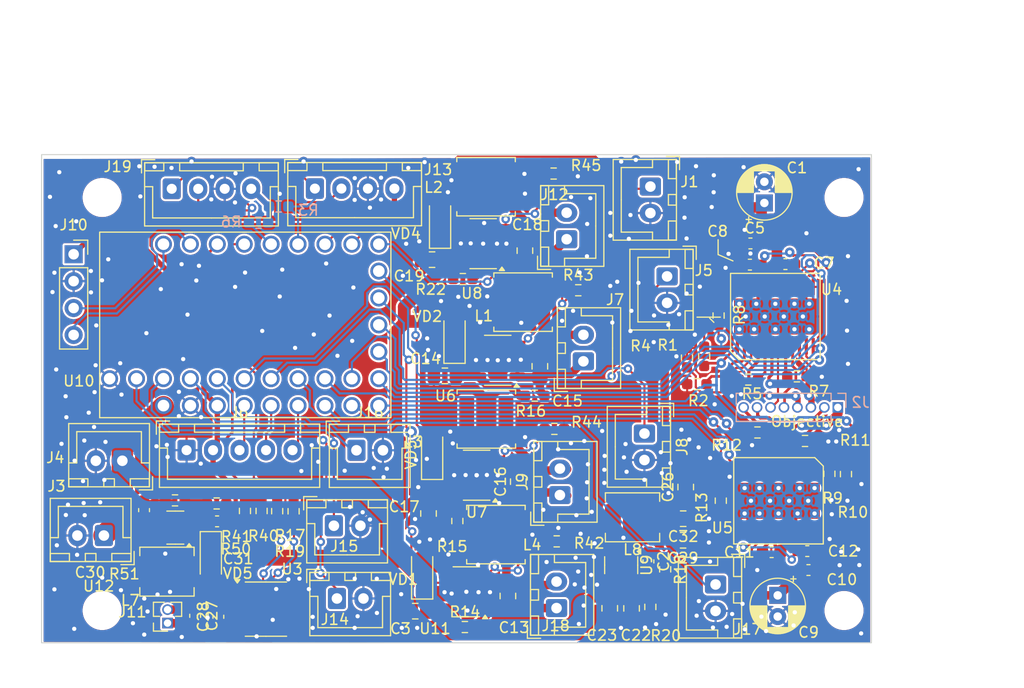
<source format=kicad_pcb>
(kicad_pcb (version 20240108) (generator "pcbnew") (generator_version "8.0")
  (layers (0 "F.Cu" signal) (31 "B.Cu" signal) (34 "B.Paste" user) (35 "F.Paste" user) (36 "B.SilkS" user "B.Silkscreen") (37 "F.SilkS" user "F.Silkscreen") (38 "B.Mask" user) (39 "F.Mask" user) (44 "Edge.Cuts" user))
  (net 0 "")
  (net 1 "Strobe Input")
  (net 2 "GND")
  (net 3 "AOUT2_2")
  (net 4 "AOUT1_2")
  (net 5 "AOUT2_1")
  (net 6 "AOUT1_1")
  (net 7 "BOUT1_1")
  (net 8 "BOUT2_1")
  (net 9 "BOUT2_2")
  (net 10 "BOUT1_2")
  (net 11 "VarX")
  (net 12 "VarY")
  (net 13 "SW")
  (net 14 "+3V3")
  (net 15 "MOTORS_nSLEEP")
  (net 16 "Net-(U4-VCP)")
  (net 17 "Net-(U4-CONFIG)")
  (net 18 "Net-(U5-VCP)")
  (net 19 "Net-(U5-CONFIG)")
  (net 20 "Net-(J7-Pin_1)")
  (net 21 "Net-(J18-Pin_1)")
  (net 22 "Net-(J9-Pin_1)")
  (net 23 "PWM_UV")
  (net 24 "RX")
  (net 25 "TX")
  (net 26 "PWM_RED")
  (net 27 "PWM_WHITE")
  (net 28 "nEN1")
  (net 29 "STEP1")
  (net 30 "DIR1")
  (net 31 "Net-(U3-IA)")
  (net 32 "Net-(U3-IB)")
  (net 33 "Net-(J7-Pin_2)")
  (net 34 "DIR2")
  (net 35 "STEP2")
  (net 36 "nEN2")
  (net 37 "Net-(J9-Pin_2)")
  (net 38 "Net-(J11-Pin_2)")
  (net 39 "Net-(J11-Pin_1)")
  (net 40 "+3.3VP")
  (net 41 "Net-(J12-Pin_2)")
  (net 42 "Net-(J18-Pin_2)")
  (net 43 "SDA")
  (net 44 "Net-(U4-BDECAY)")
  (net 45 "nFLT1")
  (net 46 "nFLT2")
  (net 47 "Net-(U4-ADECAY)")
  (net 48 "Net-(U4-AISEN)")
  (net 49 "SCL")
  (net 50 "Net-(U4-BISEN)")
  (net 51 "Net-(U5-BDECAY)")
  (net 52 "Net-(U5-ADECAY)")
  (net 53 "Net-(U5-AISEN)")
  (net 54 "Solenoid_DIR")
  (net 55 "Net-(U5-BISEN)")
  (net 56 "Solenoid_ON")
  (net 57 "K1")
  (net 58 "PWM_IR")
  (net 59 "K2")
  (net 60 "K3")
  (net 61 "K4")
  (net 62 "K5")
  (net 63 "K6")
  (net 64 "Net-(U9-SW)")
  (net 65 "Net-(U4-AVREF)")
  (net 66 "Net-(U5-AVREF)")
  (net 67 "VPP")
  (net 68 "VBUS")
  (net 69 "Net-(U11-SW)")
  (net 70 "Net-(U12-SW)")
  (net 71 "Net-(U12-FB)")
  (net 73 "Net-(J12-Pin_1)")
  (net 74 "Net-(U6-SW)")
  (net 75 "Net-(U8-SW)")
  (net 76 "Net-(U7-SW)")
  (net 77 "Net-(U9-FB)")
  (footprint "Connector_JST:JST_XH_B2B-XH-A_1x02_P2.50mm_Vertical" (layer "F.Cu") (at 91.815 57.94 -90)
    (property "Reference" "J8")
    (property "Value" "Screw_Terminal_01x02")
  )
  (footprint "Resistor_SMD:R_0603_1608Metric_Pad0.98x0.95mm_HandSolder" (layer "F.Cu") (at 47.52 64.25 180)
    (property "Reference" "R51")
    (property "Value" "10k")
  )
  (footprint "Capacitor_SMD:C_0805_2012Metric_Pad1.18x1.45mm_HandSolder" (layer "F.Cu") (at 95.71 62.99 90)
    (property "Reference" "C26")
    (property "Value" "22u")
  )
  (footprint "Capacitor_SMD:C_0603_1608Metric_Pad1.08x0.95mm_HandSolder" (layer "F.Cu") (at 107.1775 69.04)
    (property "Reference" "C12")
    (property "Value" "2.2")
  )
  (footprint "Capacitor_SMD:C_0603_1608Metric_Pad1.08x0.95mm_HandSolder" (layer "F.Cu") (at 44.6 65.17 90)
    (property "Reference" "C30")
    (property "Value" "22u")
  )
  (footprint "Diode_SMD:D_SOD-123" (layer "F.Cu") (at 50.9 69.56 -90)
    (property "Reference" "VD5")
    (property "Value" "CDBA3100-HF")
  )
  (footprint "MountingHole:MountingHole_3.2mm_M3" (layer "F.Cu") (at 110.645 35.65)
    (property "Reference" "REF**" (hide yes))
    (property "Value" "MountingHole_3.2mm_M3" (hide yes))
  )
  (footprint "Inductor_SMD:L_APV_ANR5045" (layer "F.Cu") (at 76.87 34.630001)
    (property "Reference" "L2")
    (property "Value" "47uH")
  )
  (footprint "Capacitor_SMD:C_0603_1608Metric_Pad1.08x0.95mm_HandSolder" (layer "F.Cu") (at 92.19 70.01 -90)
    (property "Reference" "C2")
    (property "Value" "1n")
  )
  (footprint "Capacitor_SMD:C_0805_2012Metric_Pad1.18x1.45mm_HandSolder" (layer "F.Cu") (at 71.44 65.49 90)
    (property "Reference" "C17")
    (property "Value" "22u")
  )
  (footprint "Capacitor_SMD:C_0805_2012Metric_Pad1.18x1.45mm_HandSolder" (layer "F.Cu") (at 70.19 74.71)
    (property "Reference" "C3")
    (property "Value" "22u")
  )
  (footprint "Connector_JST:JST_XH_B2B-XH-A_1x02_P2.50mm_Vertical" (layer "F.Cu") (at 92.375 34.62 -90)
    (property "Reference" "J1")
    (property "Value" "Screw_Terminal_01x02")
  )
  (footprint "Package_TO_SOT_SMD:SOT-23-6" (layer "F.Cu") (at 47.549999 66.8225 180)
    (property "Reference" "U12")
    (property "Value" "MT3608")
  )
  (footprint "Connector_JST:JST_XH_B2B-XH-A_1x02_P2.50mm_Vertical" (layer "F.Cu") (at 93.95 43.1 -90)
    (property "Reference" "J5")
    (property "Value" "Screw_Terminal_01x02")
  )
  (footprint "Resistor_SMD:R_0603_1608Metric_Pad0.98x0.95mm_HandSolder" (layer "F.Cu") (at 74.16 66.2 90)
    (property "Reference" "R15")
    (property "Value" "1")
  )
  (footprint "Resistor_SMD:R_0603_1608Metric_Pad0.98x0.95mm_HandSolder" (layer "F.Cu") (at 106.2025 52.54 180)
    (property "Reference" "R7")
    (property "Value" "3.9")
  )
  (footprint "Connector_JST:JST_XH_B2B-XH-A_1x02_P2.50mm_Vertical" (layer "F.Cu") (at 62.8 73.515001)
    (property "Reference" "J14")
    (property "Value" "Screw_Terminal_01x02")
  )
  (footprint "Connector_JST:JST_XH_B4B-XH-A_1x04_P2.50mm_Vertical" (layer "F.Cu") (at 47.21 34.83)
    (property "Reference" "J19")
    (property "Value" "I2C")
  )
  (footprint "Resistor_SMD:R_0603_1608Metric_Pad0.98x0.95mm_HandSolder" (layer "F.Cu") (at 110.83 61.77 90)
    (property "Reference" "R10")
    (property "Value" "470")
  )
  (footprint "Resistor_SMD:R_0603_1608Metric_Pad0.98x0.95mm_HandSolder" (layer "F.Cu") (at 51.449999 64.54 180)
    (property "Reference" "R50")
    (property "Value" "100k")
  )
  (footprint "Diode_SMD:D_SOD-123" (layer "F.Cu") (at 72.53 38.0875 90)
    (property "Reference" "VD4")
    (property "Value" "CDBA3100-HF")
  )
  (footprint "Resistor_SMD:R_0603_1608Metric_Pad0.98x0.95mm_HandSolder" (layer "F.Cu") (at 83.535001 68.120001)
    (property "Reference" "R42")
    (property "Value" "10k")
  )
  (footprint "Capacitor_SMD:C_0603_1608Metric_Pad1.08x0.95mm_HandSolder" (layer "F.Cu") (at 49.42 75.15 -90)
    (property "Reference" "C27")
    (property "Value" "0.1")
  )
  (footprint "Connector_JST:JST_XH_B2B-XH-A_1x02_P2.50mm_Vertical" (layer "F.Cu") (at 83.835001 63.75 90)
    (property "Reference" "J9")
    (property "Value" "Screw_Terminal_01x02")
  )
  (footprint "Capacitor_THT:CP_Radial_D5.0mm_P2.00mm" (layer "F.Cu") (at 103.13 36.167288 90)
    (property "Reference" "C1")
    (property "Value" "10uF")
  )
  (footprint "Capacitor_THT:CP_Radial_D5.0mm_P2.00mm" (layer "F.Cu") (at 104.39 73.22 -90)
    (property "Reference" "C9")
    (property "Value" "10uF")
  )
  (footprint "Diode_SMD:D_SOD-123" (layer "F.Cu") (at 70.84 71.2075 90)
    (property "Reference" "VD1")
    (property "Value" "CDBA3100-HF")
  )
  (footprint "Inductor_SMD:L_Chilisin_BMRx00040412" (layer "F.Cu") (at 46.759999 70.98)
    (property "Reference" "L7")
    (property "Value" "4u7")
  )
  (footprint "Capacitor_SMD:C_0603_1608Metric_Pad1.08x0.95mm_HandSolder" (layer "F.Cu") (at 51.489999 66.23 180)
    (property "Reference" "C31")
    (property "Value" "22u")
  )
  (footprint "MountingHole:MountingHole_3.2mm_M3" (layer "F.Cu") (at 40.645 74.65)
    (property "Reference" "REF**" (hide yes))
    (property "Value" "MountingHole_3.2mm_M3" (hide yes))
  )
  (footprint "Capacitor_SMD:C_0603_1608Metric_Pad1.08x0.95mm_HandSolder" (layer "F.Cu") (at 105.115 41.94 180)
    (property "Reference" "C7")
    (property "Value" "0.01")
  )
  (footprint "Package_SO:SOIC-8_3.9x4.9mm_P1.27mm" (layer "F.Cu") (at 56.1 74.52)
    (property "Reference" "U3")
    (property "Value" "~")
  )
  (footprint "Capacitor_SMD:C_0805_2012Metric_Pad1.18x1.45mm_HandSolder" (layer "F.Cu") (at 95.47 65.98 180)
    (property "Reference" "C32")
    (property "Value" "22u")
  )
  (footprint "Resistor_SMD:R_0603_1608Metric_Pad0.98x0.95mm_HandSolder" (layer "F.Cu") (at 58.71 65.280001 -90)
    (property "Reference" "R19")
    (property "Value" "1k")
  )
  (footprint "Capacitor_SMD:C_0805_2012Metric_Pad1.18x1.45mm_HandSolder" (layer "F.Cu") (at 71.775001 41.517501)
    (property "Reference" "C19")
    (property "Value" "22u")
  )
  (footprint "Package_TO_SOT_SMD:SOT-89-5" (layer "F.Cu") (at 75.01 72.882499 180)
    (property "Reference" "U11")
    (property "Value" "~")
  )
  (footprint "Capacitor_SMD:C_0805_2012Metric_Pad1.18x1.45mm_HandSolder" (layer "F.Cu") (at 90.6 74.45 -90)
    (property "Reference" "C22")
    (property "Value" "22u")
  )
  (footprint "Capacitor_SMD:C_0805_2012Metric_Pad1.18x1.45mm_HandSolder" (layer "F.Cu") (at 79.91 62.48 90)
    (property "Reference" "C16")
    (property "Value" "22u")
  )
  (footprint "Resistor_SMD:R_0603_1608Metric_Pad0.98x0.95mm_HandSolder" (layer "F.Cu") (at 109.265 61.74 90)
    (property "Reference" "R9")
    (property "Value" "470")
  )
  (footprint "Resistor_SMD:R_0603_1608Metric_Pad0.98x0.95mm_HandSolder" (layer "F.Cu") (at 97.45 50.644908 -90)
    (property "Reference" "R1")
    (property "Value" "47k")
  )
  (footprint "Resistor_SMD:R_0603_1608Metric_Pad0.98x0.95mm_HandSolder" (layer "F.Cu") (at 95.83 50.774908 -90)
    (property "Reference" "R4")
    (property "Value" "470")
  )
  (footprint "Connector_JST:JST_XH_B2B-XH-A_1x02_P2.50mm_Vertical" (layer "F.Cu") (at 40.81 67.57 180)
    (property "Reference" "J3")
    (property "Value" "Screw_Terminal_01x02")
  )
  (footprint "Resistor_SMD:R_0603_1608Metric_Pad0.98x0.95mm_HandSolder" (layer "F.Cu") (at 96.76 53.274908)
    (property "Reference" "R2")
    (property "Value" "470")
  )
  (footprint "Connector_JST:JST_XH_B2B-XH-A_1x02_P2.50mm_Vertical" (layer "F.Cu") (at 98.525 72.19 -90)
    (property "Reference" "J17")
    (property "Value" "Screw_Terminal_01x02")
  )
  (footprint "Capacitor_SMD:C_0603_1608Metric_Pad1.08x0.95mm_HandSolder" (layer "F.Cu") (at 101.815 39.99)
    (property "Reference" "C5")
    (property "Value" "0.1")
  )
  (footprint "Connector_JST:JST_XH_B2B-XH-A_1x02_P2.50mm_Vertical" (layer "F.Cu") (at 84.475001 39.59 90)
    (property "Reference" "J12")
    (property "Value" "Screw_Terminal_01x02")
  )
  (footprint "Connector_JST:JST_XH_B2B-XH-A_1x02_P2.50mm_Vertical" (layer "F.Cu") (at 86.055001 51.12 90)
    (property "Reference" "J7")
    (property "Value" "Screw_Terminal_01x02")
  )
  (footprint "Resistor_SMD:R_0603_1608Metric_Pad0.98x0.95mm_HandSolder" (layer "F.Cu") (at 93.77 70.76 -90)
    (property "Reference" "R18")
    (property "Value" "45k")
  )
  (footprint "Capacitor_SMD:C_0603_1608Metric_Pad1.08x0.95mm_HandSolder" (layer "F.Cu") (at 103.815 69.14)
    (property "Reference" "C11")
    (property "Value" "0.01")
  )
  (footprint "Inductor_SMD:L_Chilisin_BMRx00040412" (layer "F.Cu") (at 90.69 65.85 180)
    (property "Reference" "L8")
    (property "Value" "4u7")
  )
  (footprint "Resistor_SMD:R_0603_1608Metric_Pad0.98x0.95mm_HandSolder" (layer "F.Cu") (at 85.57 44.41)
    (property "Reference" "R43")
    (property "Value" "10k")
  )
  (footprint "Resistor_SMD:R_0603_1608Metric_Pad0.98x0.95mm_HandSolder" (layer "F.Cu") (at 102.4775 57.84)
    (property "Reference" "R12")
    (property "Value" "3.9")
  )
  (footprint "Resistor_SMD:R_0603_1608Metric_Pad0.98x0.95mm_HandSolder" (layer "F.Cu") (at 54.12 65.249999 -90)
    (property "Reference" "R41")
    (property "Value" "10k")
  )
  (footprint "Resistor_SMD:R_0603_1608Metric_Pad0.98x0.95mm_HandSolder" (layer "F.Cu") (at 81.465001 54.360001)
    (property "Reference" "R16")
    (property "Value" "1")
  )
  (footprint "Capacitor_SMD:C_0603_1608Metric_Pad1.08x0.95mm_HandSolder" (layer "F.Cu") (at 51.61 75.24 90)
    (property "Reference" "C28")
    (property "Value" "0.1")
  )
  (footprint "Resistor_SMD:R_0603_1608Metric_Pad0.98x0.95mm_HandSolder" (layer "F.Cu") (at 98.81 46.8 -90)
    (property "Reference" "R8")
    (property "Value" "10k")
  )
  (footprint "Connector_JST:JST_XH_B2B-XH-A_1x02_P2.50mm_Vertical" (layer "F.Cu") (at 83.52 74.42 90)
    (property "Reference" "J18")
    (property "Value" "Screw_Terminal_01x02")
  )
  (footprint "Resistor_SMD:R_0603_1608Metric_Pad0.98x0.95mm_HandSolder" (layer "F.Cu") (at 92.37 74.31 -90)
    (property "Reference" "R20")
    (property "Value" "10k")
  )
  (footprint "Resistor_SMD:R_0603_1608Metric_Pad0.98x0.95mm_HandSolder" (layer "F.Cu") (at 83.315001 57.500001)
    (property "Reference" "R44")
    (property "Value" "10k")
  )
  (footprint "Resistor_SMD:R_0603_1608Metric_Pad0.98x0.95mm_HandSolder" (layer "F.Cu") (at 101.615 52.84)
    (property "Reference" "R5")
    (property "Value" "3.9")
  )
  (footprint "Package_TO_SOT_SMD:SOT-89-5" (layer "F.Cu") (at 77.975001 51.022501 180)
    (property "Reference" "U6")
    (property "Value" "~")
  )
  (footprint "Capacitor_SMD:C_0603_1608Metric_Pad1.08x0.95mm_HandSolder" (layer "F.Cu") (at 107.29 70.83)
    (property "Reference" "C10")
    (property "Value" "0.1")
  )
  (footprint "Vedro:RP2040Zero" (layer "F.Cu") (at 54.05 47.68 90)
    (property "Reference" "U10")
    (property "Value" "~")
  )
  (footprint "Capacitor_SMD:C_0805_2012Metric_Pad1.18x1.45mm_HandSolder" (layer "F.Cu") (at 72.985001 52.490001)
    (property "Reference" "C14")
    (property "Value" "22u")
  )
  (footprint "MountingHole:MountingHole_3.2mm_M3" (layer "F.Cu") (at 40.645 35.65)
    (property "Reference" "REF**" (hide yes))
    (property "Value" "MountingHole_3.2mm_M3" (hide yes))
  )
  (footprint "Connector_JST:JST_XH_B2B-XH-A_1x02_P2.50mm_Vertical" (layer "F.Cu") (at 42.55 60.51 180)
    (property "Reference" "J4")
    (property "Value" "Screw_Terminal_01x02")
  )
  (footprint "Resistor_SMD:R_0603_1608Metric_Pad0.98x0.95mm_HandSolder" (layer "F.Cu") (at 55.69 65.25 -90)
    (property "Reference" "R40")
    (property "Value" "10k")
  )
  (footprint "Connector_JST:JST_XH_B2B-XH-A_1x02_P2.50mm_Vertical" (layer "F.Cu") (at 62.51 66.645001)
    (property "Reference" "J15")
    (property "Value" "Screw_Terminal_01x02")
  )
  (footprint "Capacitor_SMD:C_0805_2012Metric_Pad1.18x1.45mm_HandSolder" (layer "F.Cu") (at 80.535001 40.670001 90)
    (property "Reference" "C18")
    (property "Value" "22u")
  )
  (footprint "MountingHole:MountingHole_3.2mm_M3" (layer "F.Cu") (at 110.645 74.65)
    (property "Reference" "REF**" (hide yes))
    (property "Value" "MountingHole_3.2mm_M3" (hide yes))
  )
  (footprint "Capacitor_SMD:C_0805_2012Metric_Pad1.18x1.45mm_HandSolder" (layer "F.Cu") (at 88.54 74.44 90)
    (property "Reference" "C23")
    (property "Value" "22u")
  )
  (footprint "Capacitor_SMD:C_0805_2012Metric_Pad1.18x1.45mm_HandSolder" (layer "F.Cu") (at 78.93 73.28 90)
    (property "Reference" "C13")
    (property "Value" "22u")
  )
  (footprint "Inductor_SMD:L_APV_ANR5045" (layer "F.Cu") (at 76.895001 56.560001)
    (property "Reference" "L3")
    (property "Value" "47uH")
  )
  (footprint "Connector_JST:JST_XH_B4B-XH-A_1x04_P2.50mm_Vertical" (layer "F.Cu") (at 60.72 34.81)
    (property "Reference" "J13")
    (property "Value" "I2C")
  )
  (footprint "Package_TO_SOT_SMD:SOT-89-5" (layer "F.Cu") (at 76.595001 40.010001 180)
    (property "Reference" "U8")
    (property "Value" "~")
  )
  (footprint "Resistor_SMD:R_0603_1608Metric_Pad0.98x0.95mm_HandSolder" (layer "F.Cu") (at 83.245001 33.390001)
    (property "Reference" "R45")
    (property "Value" "10k")
  )
  (footprint "Resistor_SMD:R_0603_1608Metric_Pad0.98x0.95mm_HandSolder" (layer "F.Cu") (at 106.965 58.64 180)
    (property "Reference" "R11")
    (property "Value" "3.9")
  )
  (footprint "Package_TO_SOT_SMD:SOT-23-5" (layer "F.Cu") (at 89.62 70.37 -90)
    (property "Reference" "U9")
    (property "Value" "RY3430")
  )
  (footprint "Diode_SMD:D_SOD-123" (layer "F.Cu") (at 73.895001 48.950001 90)
    (property "Reference" "VD2")
    (property "Value" "CDBA3100-HF")
  )
  (footprint "Vedro:DRV8834PWP" (layer "F.Cu") (at 104.165 46.89)
    (property "Reference" "U4")
    (property "Value" "DRV8834PWP" (hide yes))
  )
  (footprint "Connector_PinSocket_2.54mm:PinSocket_1x04_P2.54mm_Vertical" (layer "F.Cu") (at 37.955 41.01)
    (property "Reference" "J10")
    (property "Value" "I2C")
  )
  (footprint "Capacitor_SMD:C_0805_2012Metric_Pad1.18x1.45mm_HandSolder" (layer "F.Cu") (at 81.945001 51.590001 90)
    (property "Reference" "C15")
    (property "Value" "22u")
  )
  (footprint "Resistor_SMD:R_0603_1608Metric_Pad0.98x0.95mm_HandSolder" (layer "F.Cu") (at 99.02 64.28 90)
    (property "Reference" "R13")
    (property "Value" "10 k")
  )
  (footprint "Resistor_SMD:R_0603_1608Metric_Pad0.98x0.95mm_HandSolder" (layer "F.Cu") (at 74.68 43.35)
    (property "Reference" "R22")
    (property "Value" "1")
  )
  (footprint "Inductor_SMD:L_APV_ANR5045" (layer "F.Cu") (at 80.365001 45.530001)
    (property "Reference" "L1")
    (property "Value" "47uH")
  )
  (footprint "Connector_JST:JST_XH_B2B-XH-A_1x02_P2.50mm_Vertical" (layer "F.Cu") (at 64.64 59.52)
    (property "Reference" "J16")
    (property "Value" "Screw_Terminal_01x02")
  )
  (footprint "Vedro:DRV8834PWP" (layer "F.Cu") (at 104.465 64.29 180)
    (property "Reference" "U5")
    (property "Value" "DRV8834PWP" (hide yes))
  )
  (footprint "Package_TO_SOT_SMD:SOT-89-5" (layer "F.Cu") (at 75.98 61.8725 180)
    (property "Reference" "U7")
    (property "Value" "~")
  )
  (footprint "Resistor_SMD:R_0603_1608Metric_Pad0.98x0.95mm_HandSolder" (layer "F.Cu") (at 74.87 76.21)
    (property "Reference" "R14")
    (property "Value" "1")
  )
  (footprint "Capacitor_SMD:C_0603_1608Metric_Pad1.08x0.95mm_HandSolder" (layer "F.Cu") (at 101.765 41.99 180)
    (property "Reference" "C8")
    (property "Value" "2.2")
  )
  (footprint "Inductor_SMD:L_APV_ANR5045" (layer "F.Cu") (at 77.8 67.48)
    (property "Reference" "L4")
    (property "Value" "47uH")
  )
  (footprint "Capacitor_SMD:C_0805_2012Metric_Pad1.18x1.45mm_HandSolder" (layer "F.Cu") (at 95.46 68.02 180)
    (property "Reference" "C29")
    (property "Value" "22u")
  )
  (footprint "Connector_PinSocket_1.27mm:PinSocket_1x02_P1.27mm_Vertical" (layer "F.Cu") (at 46.815 75.835 180)
    (property "Reference" "J11")
    (property "Value" "Screw_Terminal_01x02" (hide yes))
  )
  (footprint "Resistor_SMD:R_0603_1608Metric_Pad0.98x0.95mm_HandSolder" (layer "F.Cu") (at 57.16 65.27 -90)
    (property "Reference" "R17")
    (property "Value" "1k")
  )
  (footprint "Diode_SMD:D_SOD-123" (layer "F.Cu") (at 71.78 59.9175 90)
    (property "Reference" "VD3")
    (property "Value" "CDBA3100-HF")
  )
  (footprint "Connector_JST:JST_XH_B5B-XH-A_1x05_P2.50mm_Vertical" (layer "F.Cu") (at 48.61 59.51)
    (property "Reference" "J6")
    (property "Value" "Joystick")
  )
  (footprint "Resistor_SMD:R_0603_1608Metric_Pad0.98x0.95mm_HandSolder" (layer "B.Cu") (at 57.3 36.5)
    (property "Reference" "R3")
    (property "Value" "4k7")
  )
  (footprint "Resistor_SMD:R_0603_1608Metric_Pad0.98x0.95mm_HandSolder" (layer "B.Cu") (at 55.4 38.03 180)
    (property "Reference" "R6")
    (property "Value" "4k7")
  )
  (footprint "Connector_PinSocket_1.27mm:PinSocket_1x08_P1.27mm_Vertical" (layer "B.Cu") (at 110.06 55.47 90)
    (property "Reference" "J2")
    (property "Value" "Objective")
  )
  (gr_line (start 98.765 39.64) (end 98.765 41.04) (stroke (width 0.12)) (layer "F.SilkS"))
  (gr_line (start 98.975 46.95) (end 96.775 46.95) (stroke (width 0.12)) (layer "F.SilkS"))
  (gr_line (start 98.365 47.44) (end 97.965 47.04) (stroke (width 0.12)) (layer "F.SilkS"))
  (gr_line (start 98.765 41.04) (end 100.165 41.64) (stroke (width 0.12)) (layer "F.SilkS"))
  (gr_rect (start 34.93 31.6) (end 113.23 77.7) (stroke (width 0.1)) (fill none) (layer "Edge.Cuts"))
  (segment (start 91.41 34.825001) (end 90.235662 34.825001) (width 0.2) (layer "F.Cu") (net 1))
  (segment (start 68.639165 36.643653) (end 66.902818 38.38) (width 0.2) (layer "F.Cu") (net 1))
  (segment (start 87.210661 31.8) (end 74.193653 31.8) (width 0.2) (layer "F.Cu") (net 1))
  (segment (start 66.902818 38.38) (end 63.35 38.38) (width 0.2) (layer "F.Cu") (net 1))
  (segment (start 69.35 36.643653) (end 68.639165 36.643653) (width 0.2) (layer "F.Cu") (net 1))
  (segment (start 63.35 38.38) (end 61.67 40.06) (width 0.2) (layer "F.Cu") (net 1))
  (segment (start 90.235662 34.825001) (end 87.210661 31.8) (width 0.2) (layer "F.Cu") (net 1))
  (segment (start 74.193653 31.8) (end 69.35 36.643653) (width 0.2) (layer "F.Cu") (net 1))
  (segment (start 101.54 67.09) (end 101.54 65.215) (width 0.2) (layer "F.Cu") (net 2))
  (segment (start 101.54 65.215) (end 101.265 65.49) (width 0.2) (layer "F.Cu") (net 2))
  (segment (start 107.74 45.315) (end 107.365 45.69) (width 0.2) (layer "F.Cu") (net 2))
  (segment (start 102.465 64.29) (end 104.465 64.29) (width 0.2) (layer "F.Cu") (net 2))
  (segment (start 102.54 45.265) (end 104.165 46.89) (width 0.3) (layer "F.Cu") (net 2))
  (segment (start 100.89 65.865) (end 102.465 64.29) (width 0.2) (layer "F.Cu") (net 2))
  (segment (start 107.09 44.09) (end 107.74 44.09) (width 0.2) (layer "F.Cu") (net 2))
  (segment (start 107.74 44.09) (end 107.74 45.315) (width 0.2) (layer "F.Cu") (net 2))
  (segment (start 109.35 70.442421) (end 110.157579 70.442421) (width 0.2) (layer "F.Cu") (net 2))
  (segment (start 110.157579 70.442421) (end 110.23 70.37) (width 0.2) (layer "F.Cu") (net 2))
  (segment (start 106.09 67.09) (end 106.09 65.465) (width 0.3) (layer "F.Cu") (net 2))
  (segment (start 107.09 45.965) (end 107.365 45.69) (width 0.2) (layer "F.Cu") (net 2))
  (segment (start 106.09 65.465) (end 106.265 65.29) (width 0.3) (layer "F.Cu") (net 2))
  (segment (start 107.09 44.09) (end 107.09 45.965) (width 0.2) (layer "F.Cu") (net 2))
  (segment (start 100.89 67.09) (end 100.89 65.865) (width 0.2) (layer "F.Cu") (net 2))
  (segment (start 102.54 44.09) (end 102.54 45.265) (width 0.3) (layer "F.Cu") (net 2))
  (via (at 110.23 70.37) (size 0.9) (drill 0.4) (layers "F.Cu" "B.Cu") (net 2))
  (via (at 55.75 48.25) (size 0.9) (drill 0.4) (layers "F.Cu" "B.Cu") (net 2))
  (via (at 62.848529 50.598529) (size 0.9) (drill 0.4) (layers "F.Cu" "B.Cu") (net 2))
  (via (at 44.82 48.46) (size 0.9) (drill 0.4) (layers "F.Cu" "B.Cu") (net 2))
  (via (at 73.86 61.87) (size 0.9) (drill 0.4) (layers "F.Cu" "B.Cu") (net 2))
  (via (at 92.72 46.79) (size 0.9) (drill 0.4) (layers "F.Cu" "B.Cu") (net 2))
  (via (at 98.345 35.155092) (size 0.9) (drill 0.4) (layers "F.Cu" "B.Cu") (net 2))
  (via (at 64.48 71.64) (size 0.9) (drill 0.4) (layers "F.Cu" "B.Cu") (net 2))
  (via (at 108.55 52.58) (size 0.9) (drill 0.4) (layers "F.Cu" "B.Cu") (net 2))
  (via (at 91.81 62.31) (size 0.9) (drill 0.4) (layers "F.Cu" "B.Cu") (net 2))
  (via (at 71.31 51.07) (size 0.9) (drill 0.4) (layers "F.Cu" "B.Cu") (net 2))
  (via (at 39.58 42.59) (size 0.9) (drill 0.4) (layers "F.Cu" "B.Cu") (net 2))
  (via (at 66.27 61.19) (size 0.9) (drill 0.4) (layers "F.Cu" "B.Cu") (net 2))
  (via (at 99.47 42.29) (size 0.9) (drill 0.4) (layers "F.Cu" "B.Cu") (net 2))
  (via (at 37.27 56.4) (size 0.9) (drill 0.4) (layers "F.Cu" "B.Cu") (net 2))
  (via (at 44.93 74.74) (size 0.9) (drill 0.4) (layers "F.Cu" "B.Cu") (net 2))
  (via (at 35.96 44.58) (size 0.9) (drill 0.4) (layers "F.Cu" "B.Cu") (net 2))
  (via (at 63.53 61.45) (size 0.9) (drill 0.4) (layers "F.Cu" "B.Cu") (net 2))
  (via (at 38.05 60.5) (size 0.9) (drill 0.4) (layers "F.Cu" "B.Cu") (net 2))
  (via (at 86.71 35.72) (size 0.9) (drill 0.4) (layers "F.Cu" "B.Cu") (net 2))
  (via (at 64.238529 49.188529) (size 0.9) (drill 0.4) (layers "F.Cu" "B.Cu") (net 2))
  (via (at 103.29 76.59) (size 0.9) (drill 0.4) (layers "F.Cu" "B.Cu") (net 2))
  (via (at 99.57 76.19) (size 0.9) (drill 0.4) (layers "F.Cu" "B.Cu") (net 2))
  (via (at 89.83 67.78) (size 0.9) (drill 0.4) (layers "F.Cu" "B.Cu") (net 2))
  (via (at 97.91 65.98) (size 0.9) (drill 0.4) (layers "F.Cu" "B.Cu") (net 2))
  (via (at 73.32 69.36) (size 0.9) (drill 0.4) (layers "F.Cu" "B.Cu") (net 2))
  (via (at 40.85 62.32) (size 0.9) (drill 0.4) (layers "F.Cu" "B.Cu") (net 2))
  (via (at 86.79 71.29) (size 0.9) (drill 0.4) (layers "F.Cu" "B.Cu") (net 2))
  (via (at 109.165 58.69) (size 0.9) (drill 0.4) (layers "F.Cu" "B.Cu") (net 2))
  (via (at 60.51 76.29) (size 0.9) (drill 0.4) (layers "F.Cu" "B.Cu") (net 2))
  (via (at 101.17 32.784908) (size 0.9) (drill 0.4) (layers "F.Cu" "B.Cu") (net 2))
  (via (at 54.13 42.74) (size 0.9) (drill 0.4) (layers "F.Cu" "B.Cu") (net 2))
  (via (at 61.035461 60.604457) (size 0.9) (drill 0.4) (layers "F.Cu" "B.Cu") (net 2))
  (via (at 85.39 65.65) (size 0.9) (drill 0.4) (layers "F.Cu" "B.Cu") (net 2))
  (via (at 83.67 59.43) (size 0.9) (drill 0.4) (layers "F.Cu" "B.Cu") (net 2))
  (via (at 96.92383 59.243426) (size 0.9) (drill 0.4) (layers "F.Cu" "B.Cu") (net 2))
  (via (at 72.62 45.43) (size 0.9) (drill 0.4) (layers "F.Cu" "B.Cu") (net 2))
  (via (at 94.83 50.65) (size 0.9) (drill 0.4) (layers "F.Cu" "B.Cu") (net 2))
  (via (at 96.57 48.6) (size 0.8) (drill 0.4) (layers "F.Cu" "B.Cu") (net 2))
  (via (at 43.55 75.85) (size 0.9) (drill 0.4) (layers "F.Cu" "B.Cu") (net 2))
  (via (at 66.96 35.84) (size 0.9) (drill 0.4) (layers "F.Cu" "B.Cu") (net 2))
  (via (at 75.98 61.8725) (size 0.9) (drill 0.4) (layers "F.Cu" "B.Cu") (net 2))
  (via (at 68.92 76.29) (size 0.9) (drill 0.4) (layers "F.Cu" "B.Cu") (net 2))
  (via (at 93.808248 75.038248) (size 0.9) (drill 0.4) (layers "F.Cu" "B.Cu") (net 2))
  (via (at 82.27 65.14) (size 0.9) (drill 0.4) (layers "F.Cu" "B.Cu") (net 2))
  (via (at 99.75 40.97) (size 0.9) (drill 0.4) (layers "F.Cu" "B.Cu") (net 2))
  (via (at 48.7 46.71) (size 0.9) (drill 0.4) (layers "F.Cu" "B.Cu") (net 2))
  (via (at 90.345 39.555092) (size 0.9) (drill 0.4) (layers "F.Cu" "B.Cu") (net 2))
  (via (at 70.57 68.16) (size 0.9) (drill 0.4) (layers "F.Cu" "B.Cu") (net 2))
  (via (at 65.226075 65.37095) (size 0.9) (drill 0.4) (layers "F.Cu" "B.Cu") (net 2))
  (via (at 64.48 33.82) (size 0.9) (drill 0.4) (layers "F.Cu" "B.Cu") (net 2))
  (via (at 64.35 44.15) (size 0.9) (drill 0.4) (layers "F.Cu" "B.Cu") (net 2))
  (via (at 38.96 58.6) (size 0.9) (drill 0.4) (layers "F.Cu" "B.Cu") (net 2))
  (via (at 38.9 64.5) (size 0.9) (drill 0.4) (layers "F.Cu" "B.Cu") (net 2))
  (via (at 77.975001 51.022501) (size 0.9) (drill 0.4) (layers "F.Cu" "B.Cu") (net 2))
  (via (at 98 70.03) (size 0.9) (drill 0.4) (layers "F.Cu" "B.Cu") (net 2))
  (via (at 100.92 54.23) (size 0.9) (drill 0.4) (layers "F.Cu" "B.Cu") (net 2))
  (via (at 73.27 35.15) (size 0.9) (drill 0.4) (layers "F.Cu" "B.Cu") (net 2))
  (via (at 37.22 65.63) (size 0.9) (drill 0.4) (layers "F.Cu" "B.Cu") (net 2))
  (via (at 71.58 67.94) (size 0.9) (drill 0.4) (layers "F.Cu" "B.Cu") (net 2))
  (via (at 98.44 55.18) (size 0.9) (drill 0.4) (layers "F.Cu" "B.Cu") (net 2))
  (via (at 47.19 32.86) (size 0.9) (drill 0.4) (layers "F.Cu" "B.Cu") (net 2))
  (via (at 73.62 73.05) (size 0.9) (drill 0.4) (layers "F.Cu" "B.Cu") (net 2))
  (via (at 36.81 58.91) (size 0.9) (drill 0.4) (layers "F.Cu" "B.Cu") (net 2))
  (via (at 58.21 71.7) (size 0.9) (drill 0.4) (layers "F.Cu" "B.Cu") (net 2))
  (via (at 49.95 60.78) (size 0.9) (drill 0.4) (layers "F.Cu" "B.Cu") (net 2))
  (via (at 64.75 75.19) (size 0.9) (drill 0.4) (layers "F.Cu" "B.Cu") (net 2))
  (via (at 95.3 57.58) (size 0.9) (drill 0.4) (layers "F.Cu" "B.Cu") (net 2))
  (via (at 75.98 61.8725) (size 0.9) (drill 0.4) (layers "F.Cu" "B.Cu") (net 2))
  (via (at 85.32 69.67) (size 0.9) (drill 0.4) (layers "F.Cu" "B.Cu") (net 2))
  (via (at 80.54 35.29) (size 0.9) (drill 0.4) (layers "F.Cu" "B.Cu") (net 2))
  (via (at 56.74 75.53) (size 0.9) (drill 0.4) (layers "F.Cu" "B.Cu") (net 2))
  (via (at 89.88 60.19) (size 0.9) (drill 0.4) (layers "F.Cu" "B.Cu") (net 2))
  (via (at 50.6 75.33) (size 0.9) (drill 0.4) (layers "F.Cu" "B.Cu") (net 2))
  (via (at 95.79 44.72) (size 0.9) (drill 0.4) (layers "F.Cu" "B.Cu") (net 2))
  (via (at 91.25 43.71) (size 0.9) (drill 0.4) (layers "F.Cu" "B.Cu") (net 2))
  (via (at 42.47 54.26) (size 0.9) (drill 0.4) (layers "F.Cu" "B.Cu") (net 2))
  (via (at 59.65 32.25) (size 0.9) (drill 0.4) (layers "F.Cu" "B.Cu") (net 2))
  (via (at 96.95 73.76) (size 0.9) (drill 0.4) (layers "F.Cu" "B.Cu") (net 2))
  (via (at 70.57 39.79) (size 0.9) (drill 0.4) (layers "F.Cu" "B.Cu") (net 2))
  (via (at 86.39 41.200001) (size 0.9) (drill 0.4) (layers "F.Cu" "B.Cu") (net 2))
  (via (at 98.28 76.26) (size 0.9) (drill 0.4) (layers "F.Cu" "B.Cu") (net 2))
  (via (at 49.78 42.1) (size 0.9) (drill 0.4) (layers "F.Cu" "B.Cu") (net 2))
  (via (at 57.07 72.62) (size 0.9) (drill 0.4) (layers "F.Cu" "B.Cu") (net 2))
  (via (at 90.495 48.255092) (size 0.9) (drill 0.4) (layers "F.Cu" "B.Cu") (net 2))
  (via (at 36.14 42.75) (size 0.9) (drill 0.4) (layers "F.Cu" "B.Cu") (net 2))
  (via (at 53.23 33.37) (size 0.9) (drill 0.4) (layers "F.Cu" "B.Cu") (net 2))
  (via (at 74.25 45.03) (size 0.9) (drill 0.4) (layers "F.Cu" "B.Cu") (net 2))
  (via (at 80.49 33.42) (size 0.9) (drill 0.4) (layers "F.Cu" "B.Cu") (net 2))
  (via (at 86.84 65.33) (size 0.9) (drill 0.4) (layers "F.Cu" "B.Cu") (net 2))
  (via (at 91 32.1) (size 0.9) (drill 0.4) (layers "F.Cu" "B.Cu") (net 2))
  (via (at 74.94 61.86) (size 0.9) (drill 0.4) (layers "F.Cu" "B.Cu") (net 2))
  (via (at 74.49 39.99) (size 0.9) (drill 0.4) (layers "F.Cu" "B.Cu") (net 2))
  (via (at 38.2 37.9) (size 0.9) (drill 0.4) (layers "F.Cu" "B.Cu") (net 2))
  (via (at 105.89 76.06) (size 0.9) (drill 0.4) (layers "F.Cu" "B.Cu") (net 2))
  (via (at 44.62 73.52) (size 0.9) (drill 0.4) (layers "F.Cu" "B.Cu") (net 2))
  (via (at 41.22 41.49) (size 0.9) (drill 0.4) (layers "F.Cu" "B.Cu") (net 2))
  (via (at 86.41 38.15) (size 0.9) (drill 0.4) (layers "F.Cu" "B.Cu") (net 2))
  (via (at 40.65 71.55) (size 0.9) (drill 0.4) (layers "F.Cu" "B.Cu") (net 2))
  (via (at 81.24 67.49) (size 0.9) (drill 0.4) (layers "F.Cu" "B.Cu") (net 2))
  (via (at 89.245 43.605092) (size 0.9) (drill 0.4) (layers "F.Cu" "B.Cu") (net 2))
  (via (at 71.07 32.31) (size 0.9) (drill 0.4) (layers "F.Cu" "B.Cu") (net 2))
  (via (at 66.56 71.65) (size 0.9) (drill 0.4) (layers "F.Cu" "B.Cu") (net 2))
  (via (at 44.615 76.925) (size 0.9) (drill 0.4) (layers "F.Cu" "B.Cu") (net 2))
  (via (at 72.42 50.63) (size 0.9) (drill 0.4) (layers "F.Cu" "B.Cu") (net 2))
  (via (at 98.01 60.25) (size 0.9) (drill 0.4) (layers "F.Cu" "B.Cu") (net 2))
  (via (at 112.29 62.71) (size 0.9) (drill 0.4) (layers "F.Cu" "B.Cu") (net 2))
  (via (at 67.51 61.26) (size 0.9) (drill 0.4) (layers "F.Cu" "B.Cu") (net 2))
  (via (at 88.03 61.36) (size 0.9) (drill 0.4) (layers "F.Cu" "B.Cu") (net 2))
  (via (at 38.84 62.43) (size 0.9) (drill 0.4) (layers "F.Cu" "B.Cu") (net 2))
  (via (at 86.48 60.84) (size 0.9) (drill 0.4) (layers "F.Cu" "B.Cu") (net 2))
  (via (at 40.46 64.43) (size 0.9) (drill 0.4) (layers "F.Cu" "B.Cu") (net 2))
  (via (at 60.15 72.63) (size 0.9) (drill 0.4) (layers "F.Cu" "B.Cu") (net 2))
  (via (at 57.637445 42.46265) (size 0.9) (drill 0.4) (layers "F.Cu" "B.Cu") (net 2))
  (via (at 99.85 62.02) (size 0.9) (drill 0.4) (layers "F.Cu" "B.Cu") (net 2))
  (via (at 75.01 72.882499) (size 0.9) (drill 0.4) (layers "F.Cu" "B.Cu") (net 2))
  (via (at 89.62 32.26) (size 0.9) (drill 0.4) (layers "F.Cu" "B.Cu") (net 2))
  (via (at 38.28 69.39) (size 0.9) (drill 0.4) (layers "F.Cu" "B.Cu") (net 2))
  (via (at 86.158286 72.481803) (size 0.9) (drill 0.4) (layers "F.Cu" "B.Cu") (net 2))
  (via (at 111.02 41.19) (size 0.9) (drill 0.4) (layers "F.Cu" "B.Cu") (net 2))
  (via (at 80.15 50.97) (size 0.9) (drill 0.4) (layers "F.Cu" "B.Cu") (net 2))
  (via (at 90.13 61.55) (size 0.9) (drill 0.4) (layers "F.Cu" "B.Cu") (net 2))
  (via (at 60.61696 48.586033) (size 0.9) (drill 0.4) (layers "F.Cu" "B.Cu") (net 2))
  (via (at 47.89 54) (size 0.9) (drill 0.4) (layers "F.Cu" "B.Cu") (net 2))
  (via (at 101.815 40.94) (size 0.9) (drill 0.4) (layers "F.Cu" "B.Cu") (net 2))
  (via (at 111.02 51.36) (size 0.9) (drill 0.4) (layers "F.Cu" "B.Cu") (net 2))
  (via (at 40.96 58.73) (size 0.9) (drill 0.4) (layers "F.Cu" "B.Cu") (net 2))
  (via (at 75.98 61.8725) (size 0.9) (drill 0.4) (layers "F.Cu" "B.Cu") (net 2))
  (via (at 90.495 37.305092) (size 0.9) (drill 0.4) (layers "F.Cu" "B.Cu") (net 2))
  (via (at 36.31 51.89) (size 0.9) (drill 0.4) (layers "F.Cu" "B.Cu") (net 2))
  (via (at 70.47 63) (size 0.9) (drill 0.4) (layers "F.Cu" "B.Cu") (net 2))
  (via (at 45.87 73.14) (size 0.9) (drill 0.4) (layers "F.Cu" "B.Cu") (net 2))
  (via (at 48.14 41.95) (size 0.9) (drill 0.4) (layers "F.Cu" "B.Cu") (net 2))
  (via (at 76.69 38.06) (size 0.9) (drill 0.4) (layers "F.Cu" "B.Cu") (net 2))
  (via (at 57.4 35.3) (size 0.9) (drill 0.4) (layers "F.Cu" "B.Cu") (net 2))
  (via (at 50.94 35.83) (size 0.9) (drill 0.4) (layers "F.Cu" "B.Cu") (net 2))
  (via (at 100.09 74.98) (size 0.9) (drill 0.4) (layers "F.Cu" "B.Cu") (net 2))
  (via (at 69.33 40.02) (size 0.9) (drill 0.4) (layers "F.Cu" "B.Cu") (net 2))
  (via (at 49.983299 56.389595) (size 0.9) (drill 0.4) (layers "F.Cu" "B.Cu") (net 2))
  (via (at 60.51 75.25) (size 0.9) (drill 0.4) (layers "F.Cu" "B.Cu") (net 2))
  (via (at 36.37 68.49) (size 0.9) (drill 0.4) (layers "F.Cu" "B.Cu") (net 2))
  (via (at 44.25 35.55) (size 0.9) (drill 0.4) (layers "F.Cu" "B.Cu") (net 2))
  (via (at 57.4 45) (size 0.9) (drill 0.4) (layers "F.Cu" "B.Cu") (net 2))
  (via (at 39.38 55.97) (size 0.9) (drill 0.4) (layers "F.Cu" "B.Cu") (net 2))
  (via (at 76.3 47.44) (size 0.9) (drill 0.4) (layers "F.Cu" "B.Cu") (net 2))
  (via (at 39.59 44.61) (size 0.9) (drill 0.4) (layers "F.Cu" "B.Cu") (net 2))
  (via (at 46.18 44.3) (size 0.9) (drill 0.4) (layers "F.Cu" "B.Cu") (net 2))
  (via (at 44.15 32.7) (size 0.9) (drill 0.4) (layers "F.Cu" "B.Cu") (net 2))
  (via (at 71.4 50.05) (size 0.9) (drill 0.4) (layers "F.Cu" "B.Cu") (net 2))
  (via (at 100.06 54.394908) (size 0.9) (drill 0.4) (layers "F.Cu" "B.Cu") (net 2))
  (via (at 102.85 75.23) (size 0.9) (drill 0.4) (layers "F.Cu" "B.Cu") (net 2))
  (via (at 69.02 43.04) (size 0.9) (drill 0.4) (layers "F.Cu" "B.Cu") (net 2))
  (via (at 76.98 44.99) (size 0.9) (drill 0.4) (layers "F.Cu" "B.Cu") (net 2))
  (via (at 98.159265 36.551449) (size 0.9) (drill 0.4) (layers "F.Cu" "B.Cu") (net 2))
  (via (at 110.97 64.28) (size 0.9) (drill 0.4) (layers "F.Cu" "B.Cu") (net 2))
  (via (at 93.36071 59.701981) (size 0.9) (drill 0.4) (layers "F.Cu" "B.Cu") (net 2))
  (via (at 110.89 45.41) (size 0.9) (drill 0.4) (layers "F.Cu" "B.Cu") (net 2))
  (via (at 45.77 59.14) (size 0.9) (drill 0.4) (layers "F.Cu" "B.Cu") (net 2))
  (via (at 72.950356 72.921928) (size 0.9) (drill 0.4) (layers "F.Cu" "B.Cu") (net 2))
  (via (at 112.26 76.81) (size 0.9) (drill 0.4) (layers "F.Cu" "B.Cu") (net 2))
  (via (at 66.96 33.78) (size 0.9) (drill 0.4) (layers "F.Cu" "B.Cu") (net 2))
  (via (at 61.781858 41.884493) (size 0.9) (drill 0.4) (layers "F.Cu" "B.Cu") (net 2))
  (via (at 95.595 37.555092) (size 0.9) (drill 0.4) (layers "F.Cu" "B.Cu") (net 2))
  (via (at 80.55 58.28) (size 0.9) (drill 0.4) (layers "F.Cu" "B.Cu") (net 2))
  (via (at 88.59 44.000001) (size 0.9) (drill 0.4) (layers "F.Cu" "B.Cu") (net 2))
  (via (at 109.46 64.22) (size 0.9) (drill 0.4) (layers "F.Cu" "B.Cu") (net 2))
  (via (at 86.134314 58.645686) (size 0.9) (drill 0.4) (layers "F.Cu" "B.Cu") (net 2))
  (via (at 88.03 62.6) (size 0.9) (drill 0.4) (layers "F.Cu" "B.Cu") (net 2))
  (via (at 58.85 49.85) (size 0.9) (drill 0.4) (layers "F.Cu" "B.Cu") (net 2))
  (via (at 96.04 58.5) (size 0.9) (drill 0.4) (layers "F.Cu" "B.Cu") (net 2))
  (via (at 46.6 69.28) (size 0.9) (drill 0.4) (layers "F.Cu" "B.Cu") (net 2))
  (via (at 85.24 72.18) (size 0.9) (drill 0.4) (layers "F.Cu" "B.Cu") (net 2))
  (via (at 49.08 32.25) (size 0.9) (drill 0.4) (layers "F.Cu" "B.Cu") (net 2))
  (via (at 79.02 51) (size 0.9) (drill 0.4) (layers "F.Cu" "B.Cu") (net 2))
  (via (at 92.688732 49.307262) (size 0.9) (drill 0.4) (layers "F.Cu" "B.Cu") (net 2))
  (via (at 85.08 46.35) (size 0.9) (drill 0.4) (layers "F.Cu" "B.Cu") (net 2))
  (via (at 97.9 68.23) (size 0.9) (drill 0.4) (layers "F.Cu" "B.Cu") (net 2))
  (via (at 98.36 33.55) (size 0.9) (drill 0.4) (layers "F.Cu" "B.Cu") (net 2))
  (via (at 112.09 70.36) (size 0.9) (drill 0.4) (layers "F.Cu" "B.Cu") (net 2))
  (via (at 101.07 74.02) (size 0.9) (drill 0.4) (layers "F.Cu" "B.Cu") (net 2))
  (via (at 97.04 44.07) (size 0.9) (drill 0.4) (layers "F.Cu" "B.Cu") (net 2))
  (via (at 75.11 74.65) (size 0.9) (drill 0.4) (layers "F.Cu" "B.Cu") (net 2))
  (via (at 40.03 51.49) (size 0.9) (drill 0.4) (layers "F.Cu" "B.Cu") (net 2))
  (via (at 95.08094 46.673424) (size 0.9) (drill 0.4) (layers "F.Cu" "B.Cu") (net 2))
  (via (at 84.04 47.29) (size 0.9) (drill 0.4) (layers "F.Cu" "B.Cu") (net 2))
  (via (at 87.05 69.59) (size 0.9) (drill 0.4) (layers "F.Cu" "B.Cu") (net 2))
  (via (at 75.92 51) (size 0.9) (drill 0.4) (layers "F.Cu" "B.Cu") (net 2))
  (via (at 39.93 54.03) (size 0.9) (drill 0.4) (layers "F.Cu" "B.Cu") (net 2))
  (via (at 65.91 36.61) (size 0.9) (drill 0.4) (layers "F.Cu" "B.Cu") (net 2))
  (via (at 77.9 40.01) (size 0.9) (drill 0.4) (layers "F.Cu" "B.Cu") (net 2))
  (via (at 76.595001 40.010001) (size 0.9) (drill 0.4) (layers "F.Cu" "B.Cu") (net 2))
  (via (at 83.69 66.850001) (size 0.9) (drill 0.4) (layers "F.Cu" "B.Cu") (net 2))
  (via (at 109.288429 67.899883) (size 0.9) (drill 0.4) (layers "F.Cu" "B.Cu") (net 2))
  (via (at 48.29 50.91) (size 0.9) (drill 0.4) (layers "F.Cu" "B.Cu") (net 2))
  (via (at 80.19 47.48) (size 0.9) (drill 0.4) (layers "F.Cu" "B.Cu") (net 2))
  (via (at 53.189293 44.09155) (size 0.9) (drill 0.4) (layers "F.Cu" "B.Cu") (net 2))
  (via (at 76.16 72.92) (size 0.9) (drill 0.4) (layers "F.Cu" "B.Cu") (net 2))
  (via (at 78.11 64.51) (size 0.9) (drill 0.4) (layers "F.Cu" "B.Cu") (net 2))
  (via (at 66.57 74.88) (size 0.9) (drill 0.4) (layers "F.Cu" "B.Cu") (net 2))
  (via (at 51.01 33.69) (size 0.9) (drill 0.4) (layers "F.Cu" "B.Cu") (net 2))
  (via (at 46.82 60.15) (size 0.9) (drill 0.4) (layers "F.Cu" "B.Cu") (net 2))
  (via (at 107.1 39.024908) (size 0.9) (drill 0.4) (layers "F.Cu" "B.Cu") (net 2))
  (via (at 94.073037 47.681327) (size 0.9) (drill 0.4) (layers "F.Cu" "B.Cu") (net 2))
  (via (at 37.2 54.42) (size 0.9) (drill 0.4) (layers "F.Cu" "B.Cu") (net 2))
  (via (at 101.965 59.04) (size 0.9) (drill 0.4) (layers "F.Cu" "B.Cu") (net 2))
  (via (at 87.34 72.21) (size 0.9) (drill 0.4) (layers "F.Cu" "B.Cu") (net 2))
  (via (at 94.27 60.74) (size 0.9) (drill 0.4) (layers "F.Cu" "B.Cu") (net 2))
  (via (at 65.912562 66.057438) (size 0.9) (drill 0.4) (layers "F.Cu" "B.Cu") (net 2))
  (via (at 64.47 35.88) (size 0.9) (drill 0.4) (layers "F.Cu" "B.Cu") (net 2))
  (via (at 42.42 72.73) (size 0.9) (drill 0.4) (layers "F.Cu" "B.Cu") (net 2))
  (via (at 75.42 39.98) (size 0.9) (drill 0.4) (layers "F.Cu" "B.Cu") (net 2))
  (via (at 96.569268 69.73564) (size 0.9) (drill 0.4) (layers "F.Cu" "B.Cu") (net 2))
  (via (at 109.91 58.69) (size 0.9) (drill 0.4) (layers "F.Cu" "B.Cu") (net 2))
  (via (at 77.01 51) (size 0.9) (drill 0.4) (layers "F.Cu" "B.Cu") (net 2))
  (via (at 93.45 61.67) (size 0.9) (drill 0.4) (layers "F.Cu" "B.Cu") (net 2))
  (via (at 87.824674 57.695711) (size 0.9) (drill 0.4) (layers "F.Cu" "B.Cu") (net 2))
  (via (at 92.915118 75.931378) (size 0.9) (drill 0.4) (layers "F.Cu" "B.Cu") (net 2))
  (via (at 48.155065 77.14857) (size 0.9) (drill 0.4) (layers "F.Cu" "B.Cu") (net 2))
  (via (at 47.05 72.89) (size 0.9) (drill 0.4) (layers "F.Cu" "B.Cu") (net 2))
  (via (at 111.98 68.88) (size 0.9) (drill 0.4) (layers "F.Cu" "B.Cu") (net 2))
  (via (at 64.47 76.29) (size 0.9) (drill 0.4) (layers "F.Cu" "B.Cu") (net 2))
  (via (at 64.03 64.87) (size 0.9) (drill 0.4) (layers "F.Cu" "B.Cu") (net 2))
  (via (at 95.79 39.52) (size 0.9) (drill 0.4) (layers "F.Cu" "B.Cu") (net 2))
  (via (at 84.88 58.85) (size 0.9) (drill 0.4) (layers "F.Cu" "B.Cu") (net 2))
  (via (at 88.78 47.46) (size 0.9) (drill 0.4) (layers "F.Cu" "B.Cu") (net 2))
  (via (at 94.9 32.3) (size 0.9) (drill 0.4) (layers "F.Cu" "B.Cu") (net 2))
  (via (at 35.72 35.59) (size 0.9) (drill 0.4) (layers "F.Cu" "B.Cu") (net 2))
  (via (at 88.595 37.105092) (size 0.9) (drill 0.4) (layers "F.Cu" "B.Cu") (net 2))
  (via (at 37.42 64.66) (size 0.9) (drill 0.4) (layers "F.Cu" "B.Cu") (net 2))
  (via (at 72.77 67.96) (size 0.9) (drill 0.4) (layers "F.Cu" "B.Cu") (net 2))
  (via (at 71.28 60.33) (size 0.9) (drill 0.4) (layers "F.Cu" "B.Cu") (net 2))
  (via (at 47.885883 56.296471) (size 0.9) (drill 0.4) (layers "F.Cu" "B.Cu") (net 2))
  (via (at 88.595 39.255092) (size 0.9) (drill 0.4) (layers "F.Cu" "B.Cu") (net 2))
  (via (at 86.37 64.06) (size 0.9) (drill 0.4) (layers "F.Cu" "B.Cu") (net 2))
  (via (at 39.88 57.32) (size 0.9) (drill 0.4) (layers "F.Cu" "B.Cu") (net 2))
  (via (at 36.14 72.65) (size 0.9) (drill 0.4) (layers "F.Cu" "B.Cu") (net 2))
  (via (at 76.11 70.33) (size 0.9) (drill 0.4) (layers "F.Cu" "B.Cu") (net 2))
  (via (at 97.9 67.16) (size 0.9) (drill 0.4) (layers "F.Cu" "B.Cu") (net 2))
  (via (at 40.09 47.73) (size 0.9) (drill 0.4) (layers "F.Cu" "B.Cu") (net 2))
  (via (at 102.46 70.83) (size 0.9) (drill 0.4) (layers "F.Cu" "B.Cu") (net 2))
  (via (at 76.944999 61.852499) (size 0.9) (drill 0.4) (layers "F.Cu" "B.Cu") (net 2))
  (via (at 59.44 61.48) (size 0.9) (drill 0.4) (layers "F.Cu" "B.Cu") (net 2))
  (via (at 60.42 59.04) (size 0.9) (drill 0.4) (layers "F.Cu" "B.Cu") (net 2))
  (via (at 84.89 35.61) (size 0.9) (drill 0.4) (layers "F.Cu" "B.Cu") (net 2))
  (via (at 36.26 38.35) (size 0.9) (drill 0.4) (layers "F.Cu" "B.Cu") (net 2))
  (via (at 68.86 73.11) (size 0.9) (drill 0.4) (layers "F.Cu" "B.Cu") (net 2))
  (via (at 101.29 76.42) (size 0.9) (drill 0.4) (layers "F.Cu" "B.Cu") (net 2))
  (via (at 45.59 32.75) (size 0.9) (drill 0.4) (layers "F.Cu" "B.Cu") (net 2))
  (via (at 85.69 42.73) (size 0.9) (drill 0.4) (layers "F.Cu" "B.Cu") (net 2))
  (via (at 95.61 35.63) (size 0.9) (drill 0.4) (layers "F.Cu" "B.Cu") (net 2))
  (via (at 73.49 57.76) (size 0.9) (drill 0.4) (layers "F.Cu" "B.Cu") (net 2))
  (via (at 96.74 75.14) (size 0.9) (drill 0.4) (layers "F.Cu" "B.Cu") (net 2))
  (via (at 87.11 68.3) (size 0.9) (drill 0.4) (layers "F.Cu" "B.Cu") (net 2))
  (via (at 62.1 46.8) (size 0.9) (drill 0.4) (layers "F.Cu" "B.Cu") (net 2))
  (via (at 106 74.82) (size 0.9) (drill 0.4) (layers "F.Cu" "B.Cu") (net 2))
  (via (at 46.75 59.01) (size 0.9) (drill 0.4) (layers "F.Cu" "B.Cu") (net 2))
  (via (at 110.93 48.22) (size 0.9) (drill 0.4) (layers "F.Cu" "B.Cu") (net 2))
  (via (at 110.19 57.614908) (size 0.9) (drill 0.4) (layers "F.Cu" "B.Cu") (net 2))
  (via (at 85.56 70.97) (size 0.9) (drill 0.4) (layers "F.Cu" "B.Cu") (net 2))
  (via (at 39 65.65) (size 0.9) (drill 0.4) (layers "F.Cu" "B.Cu") (net 2))
  (via (at 82.58 70.07) (size 0.9) (drill 0.4) (layers "F.Cu" "B.Cu") (net 2))
  (via (at 94.09 63.56) (size 0.9) (drill 0.4) (layers "F.Cu" "B.Cu") (net 2))
  (via (at 49.53 43.49) (size 0.9) (drill 0.4) (layers "F.Cu" "B.Cu") (net 2))
  (via (at 75.31 45.89) (size 0.9) (drill 0.4) (layers "F.Cu" "B.Cu") (net 2))
  (via (at 77.24 72.92) (size 0.9) (drill 0.4) (layers "F.Cu" "B.Cu") (net 2))
  (via (at 40.63 43.47) (size 0.9) (drill 0.4) (layers "F.Cu" "B.Cu") (net 2))
  (via (at 59.26 71.64) (size 0.9) (drill 0.4) (layers "F.Cu" "B.Cu") (net 2))
  (via (at 78.79 40.01) (size 0.9) (drill 0.4) (layers "F.Cu" "B.Cu") (net 2))
  (via (at 69.53 32.86) (size 0.9) (drill 0.4) (layers "F.Cu" "B.Cu") (net 2))
  (via (at 77.974999 61.882499) (size 0.9) (drill 0.4) (layers "F.Cu" "B.Cu") (net 2))
  (via (at 67.198803 62.06) (size 0.9) (drill 0.4) (layers "F.Cu" "B.Cu") (net 2))
  (via (at 91.87 76.26) (size 0.9) (drill 0.4) (layers "F.Cu" "B.Cu") (net 2))
  (via (at 70.17 66.01) (size 0.9) (drill 0.4) (layers "F.Cu" "B.Cu") (net 2))
  (via (at 88.06 60.05) (size 0.9) (drill 0.4) (layers "F.Cu" "B.Cu") (net 2))
  (via (at 73.73 58.87) (size 0.9) (drill 0.4) (layers "F.Cu" "B.Cu") (net 2))
  (via (at 36.6 33.26) (size 0.9) (drill 0.4) (layers "F.Cu" "B.Cu") (net 2))
  (via (at 112.02 32.98) (size 0.9) (drill 0.4) (layers "F.Cu" "B.Cu") (net 2))
  (via (at 85.53 33.65) (size 0.9) (drill 0.4) (layers "F.Cu" "B.Cu") (net 2))
  (via (at 70.26 60.44) (size 0.9) (drill 0.4) (layers "F.Cu" "B.Cu") (net 2))
  (via (at 96.68 32.694908) (size 0.9) (drill 0.4) (layers "F.Cu" "B.Cu") (net 2))
  (via (at 71.31 48.95) (size 0.9) (drill 0.4) (layers "F.Cu" "B.Cu") (net 2))
  (via (at 53.179341 36.12) (size 0.9) (drill 0.4) (layers "F.Cu" "B.Cu") (net 2))
  (via (at 70.37 76.29) (size 0.9) (drill 0.4) (layers "F.Cu" "B.Cu") (net 2))
  (via (at 38.01 76.38) (size 0.9) (drill 0.4) (layers "F.Cu" "B.Cu") (net 2))
  (via (at 86.4 62.54) (size 0.9) (drill 0.4) (layers "F.Cu" "B.Cu") (net 2))
  (via (at 90.03 58.93) (size 0.9) (drill 0.4) (layers "F.Cu" "B.Cu") (net 2))
  (via (at 89.6 76.29) (size 0.9) (drill 0.4) (layers "F.Cu" "B.Cu") (net 2))
  (via (at 42.35 51.3) (size 0.9) (drill 0.4) (layers "F.Cu" "B.Cu") (net 2))
  (via (at 110.37 69.09) (size 0.9) (drill 0.4) (layers "F.Cu" "B.Cu") (net 2))
  (via (at 90.58 46.35) (size 0.9) (drill 0.4) (layers "F.Cu" "B.Cu") (net 2))
  (via (at 73.6 34.02) (size 0.9) (drill 0.4) (layers "F.Cu" "B.Cu") (net 2))
  (via (at 85.79 67.400001) (size 0.9) (drill 0.4) (layers "F.Cu" "B.Cu") (net 2))
  (via (at 109.49 65.56) (size 0.9) (drill 0.4) (layers "F.Cu" "B.Cu") (net 2))
  (via (at 101.27 38.704908) (size 0.9) (drill 0.4) (layers "F.Cu" "B.Cu") (net 2))
  (via (at 55.22 77.09) (size 0.9) (drill 0.4) (layers "F.Cu" "B.Cu") (net 2))
  (segment (start 109.35 71.610092) (end 110.23 70.730092) (width 0.2) (layer "B.Cu") (net 2))
  (segment (start 110.23 70.730092) (end 110.23 70.37) (width 0.2) (layer "B.Cu") (net 2))
  (segment (start 104.79 58.584829) (end 106.184829 57.19) (width 0.3) (layer "F.Cu") (net 3))
  (segment (start 106.184829 57.19) (end 106.665 57.19) (width 0.3) (layer "F.Cu") (net 3))
  (segment (start 108.965 57.19) (end 110.115 56.04) (width 0.8) (layer "F.Cu") (net 3))
  (segment (start 104.79 61.49) (end 104.79 58.584829) (width 0.3) (layer "F.Cu") (net 3))
  (segment (start 110.115 56.04) (end 110.115 55.515) (width 0.8) (layer "F.Cu") (net 3))
  (via (at 108.965 57.19) (size 0.9) (drill 0.4) (layers "F.Cu" "B.Cu") (net 3))
  (via (at 106.665 57.19) (size 0.9) (drill 0.4) (layers "F.Cu" "B.Cu") (net 3))
  (segment (start 106.665 57.19) (end 108.965 57.19) (width 0.8) (layer "B.Cu") (net 3))
  (segment (start 106.665 59.74) (end 106.965 59.44) (width 0.3) (layer "F.Cu") (net 4))
  (segment (start 107.815 56.545) (end 108.845 55.515) (width 0.3) (layer "F.Cu") (net 4))
  (segment (start 106.09 61.49) (end 106.09 60.421428) (width 0.3) (layer "F.Cu") (net 4))
  (segment (start 106.09 60.421428) (end 106.665 59.846428) (width 0.3) (layer "F.Cu") (net 4))
  (segment (start 106.965 58.14) (end 107.815 57.29) (width 0.3) (layer "F.Cu") (net 4))
  (segment (start 107.815 57.29) (end 107.815 56.545) (width 0.3) (layer "F.Cu") (net 4))
  (segment (start 106.965 59.44) (end 106.965 58.14) (width 0.3) (layer "F.Cu") (net 4))
  (segment (start 106.665 59.846428) (end 106.665 59.74) (width 0.3) (layer "F.Cu") (net 4))
  (segment (start 107.34 54.365) (end 107.575 54.6) (width 0.6) (layer "F.Cu") (net 5))
  (segment (start 103.6655 53.24) (end 103.64185 53.26365) (width 0.25) (layer "F.Cu") (net 5))
  (segment (start 103.563661 53.26365) (end 103.563661 52.636155) (width 0.3) (layer "F.Cu") (net 5))
  (segment (start 103.563661 52.636155) (end 103.84 52.359816) (width 0.3) (layer "F.Cu") (net 5))
  (segment (start 103.64185 53.26365) (end 103.563661 53.26365) (width 0.25) (layer "F.Cu") (net 5))
  (segment (start 103.84 52.359816) (end 103.84 49.69) (width 0.3) (layer "F.Cu") (net 5))
  (segment (start 107.575 54.6) (end 107.575 55.515) (width 0.6) (layer "F.Cu") (net 5))
  (via (at 107.34 54.365) (size 0.9) (drill 0.4) (layers "F.Cu" "B.Cu") (net 5))
  (via (at 103.6655 53.24) (size 0.9) (drill 0.4) (layers "F.Cu" "B.Cu") (net 5))
  (segment (start 107.34 54.180075) (end 106.399925 53.24) (width 0.8) (layer "B.Cu") (net 5))
  (segment (start 107.34 54.365) (end 107.34 53.815) (width 0.25) (layer "B.Cu") (net 5))
  (segment (start 107.34 53.815) (end 106.515 52.99) (width 0.25) (layer "B.Cu") (net 5))
  (segment (start 107.34 54.365) (end 107.34 54.180075) (width 0.8) (layer "B.Cu") (net 5))
  (segment (start 106.399925 53.24) (end 103.6655 53.24) (width 0.8) (layer "B.Cu") (net 5))
  (segment (start 102.390011 54.365011) (end 101.665 53.64) (width 0.3) (layer "F.Cu") (net 6))
  (segment (start 106.065 54.39) (end 106.305 54.63) (width 0.5) (layer "F.Cu") (net 6))
  (segment (start 106.305 54.63) (end 106.305 55.515) (width 0.5) (layer "F.Cu") (net 6))
  (segment (start 102.54 51.115) (end 102.54 49.69) (width 0.3) (layer "F.Cu") (net 6))
  (segment (start 103.615 54.365011) (end 102.390011 54.365011) (width 0.3) (layer "F.Cu") (net 6))
  (segment (start 101.665 51.99) (end 102.54 51.115) (width 0.3) (layer "F.Cu") (net 6))
  (segment (start 101.665 53.64) (end 101.665 51.99) (width 0.3) (layer "F.Cu") (net 6))
  (via (at 103.615 54.365011) (size 0.8) (drill 0.4) (layers "F.Cu" "B.Cu") (net 6))
  (via (at 106.065 54.39) (size 0.9) (drill 0.4) (layers "F.Cu" "B.Cu") (net 6))
  (segment (start 106.015 54.39) (end 106.065 54.39) (width 0.25) (layer "B.Cu") (net 6))
  (segment (start 106.015 54.39) (end 103.639989 54.39) (width 0.5) (layer "B.Cu") (net 6))
  (segment (start 105.035 54.12) (end 106.10202 53.05298) (width 0.25) (layer "F.Cu") (net 7))
  (segment (start 105.79 51.565) (end 105.79 49.69) (width 0.25) (layer "F.Cu") (net 7))
  (segment (start 106.10202 53.05298) (end 106.10202 51.87702) (width 0.25) (layer "F.Cu") (net 7))
  (segment (start 105.035 55.515) (end 105.035 54.12) (width 0.25) (layer "F.Cu") (net 7))
  (segment (start 106.10202 51.87702) (end 105.79 51.565) (width 0.25) (layer "F.Cu") (net 7))
  (segment (start 103.765 55.515) (end 104.415 54.865) (width 0.2) (layer "F.Cu") (net 8))
  (segment (start 104.390011 49.789989) (end 104.49 49.69) (width 0.3) (layer "F.Cu") (net 8))
  (segment (start 104.415 49.814978) (end 104.390011 49.789989) (width 0.2) (layer "F.Cu") (net 8))
  (segment (start 104.415 54.865) (end 104.415 49.814978) (width 0.2) (layer "F.Cu") (net 8))
  (segment (start 104.14 61.49) (end 104.14 60.365) (width 0.3) (layer "F.Cu") (net 9))
  (segment (start 102.39 55.515) (end 102.365 55.54) (width 0.25) (layer "F.Cu") (net 9))
  (segment (start 104.265 60.24) (end 104.265 57.14) (width 0.3) (layer "F.Cu") (net 9))
  (segment (start 102.495 56.222106) (end 102.737894 56.465) (width 0.3) (layer "F.Cu") (net 9))
  (segment (start 102.737894 56.465) (end 103.59 56.465) (width 0.3) (layer "F.Cu") (net 9))
  (segment (start 102.495 55.515) (end 102.39 55.515) (width 0.25) (layer "F.Cu") (net 9))
  (segment (start 104.14 60.365) (end 104.265 60.24) (width 0.3) (layer "F.Cu") (net 9))
  (segment (start 104.265 57.14) (end 103.59 56.465) (width 0.3) (layer "F.Cu") (net 9))
  (segment (start 102.495 55.515) (end 102.495 56.222106) (width 0.3) (layer "F.Cu") (net 9))
  (segment (start 102.465 56.99) (end 102.465 58.29) (width 0.3) (layer "F.Cu") (net 10))
  (segment (start 102.84 61.49) (end 102.84 60.020171) (width 0.3) (layer "F.Cu") (net 10))
  (segment (start 102.84 61.49) (end 102.84 59.984816) (width 0.25) (layer "F.Cu") (net 10))
  (segment (start 101.225 55.75) (end 102.465 56.99) (width 0.3) (layer "F.Cu") (net 10))
  (segment (start 102.84 60.020171) (end 102.84 58.665) (width 0.3) (layer "F.Cu") (net 10))
  (segment (start 102.84 58.665) (end 102.465 58.29) (width 0.3) (layer "F.Cu") (net 10))
  (segment (start 101.225 55.515) (end 101.225 55.75) (width 0.3) (layer "F.Cu") (net 10))
  (segment (start 56.59 55.3) (end 56.59 57.49) (width 0.2) (layer "F.Cu") (net 11))
  (segment (start 56.59 57.49) (end 56.11 57.97) (width 0.2) (layer "F.Cu") (net 11))
  (segment (start 56.11 57.97) (end 56.11 59.51) (width 0.2) (layer "F.Cu") (net 11))
  (segment (start 54.05 59.07) (end 53.61 59.51) (width 0.2) (layer "F.Cu") (net 12))
  (segment (start 54.05 55.3) (end 54.05 59.07) (width 0.2) (layer "F.Cu") (net 12))
  (segment (start 59.13 55.3) (end 59.13 58.99) (width 0.2) (layer "F.Cu") (net 13))
  (segment (start 59.13 58.99) (end 58.61 59.51) (width 0.2) (layer "F.Cu") (net 13))
  (segment (start 56.42 37.61) (end 56.42 36.54) (width 0.5) (layer "F.Cu") (net 14))
  (segment (start 56.42 37.61) (end 66.895 37.61) (width 0.5) (layer "F.Cu") (net 14))
  (segment (start 44.65 39.24) (end 44.63 39.22) (width 0.5) (layer "F.Cu") (net 14))
  (segment (start 44.65 40.44) (end 44.65 38.482793) (width 0.5) (layer "F.Cu") (net 14))
  (segment (start 45.522793 37.61) (end 56.42 37.61) (width 0.5) (layer "F.Cu") (net 14))
  (segment (start 50.25 46.04) (end 44.65 40.44) (width 0.5) (layer "F.Cu") (net 14))
  (segment (start 51.11 60.717207) (end 51.52 61.127207) (width 0.5) (layer "F.Cu") (net 14))
  (segment (start 44.65 38.482793) (end 45.522793 37.61) (width 0.5) (layer "F.Cu") (net 14))
  (segment (start 66.895 37.61) (end 68.22 36.285) (width 0.5) (layer "F.Cu") (net 14))
  (segment (start 56.42 36.54) (end 54.71 34.83) (width 0.5) (layer "F.Cu") (net 14))
  (segment (start 39.745 39.22) (end 37.955 41.01) (width 0.5) (layer "F.Cu") (net 14))
  (segment (start 44.63 39.22) (end 39.745 39.22) (width 0.5) (layer "F.Cu") (net 14))
  (segment (start 51.52 61.52) (end 54.3375 64.3375) (width 0.5) (layer "F.Cu") (net 14))
  (segment (start 68.22 36.285) (end 68.22 34.81) (width 0.5) (layer "F.Cu") (net 14))
  (segment (start 50.25 54.04) (end 50.25 46.04) (width 0.5) (layer "F.Cu") (net 14))
  (segment (start 54.3375 64.3375) (end 55.69 64.3375) (width 0.5) (layer "F.Cu") (net 14))
  (segment (start 51.52 61.127207) (end 51.52 61.52) (width 0.5) (layer "F.Cu") (net 14))
  (segment (start 51.51 55.3) (end 50.25 54.04) (width 0.5) (layer "F.Cu") (net 14))
  (segment (start 51.11 59.44) (end 51.11 60.717207) (width 0.5) (layer "F.Cu") (net 14))
  (segment (start 51.51 59.04) (end 51.11 59.44) (width 0.5) (layer "F.Cu") (net 14))
  (segment (start 51.51 55.3) (end 51.51 59.04) (width 0.5) (layer "F.Cu") (net 14))
  (segment (start 56.3875 36.5) (end 56.3875 37.955) (width 0.5) (layer "B.Cu") (net 14))
  (segment (start 54.71 34.83) (end 54.7175 34.83) (width 0.5) (layer "B.Cu") (net 14))
  (segment (start 54.7175 34.83) (end 56.3875 36.5) (width 0.5) (layer "B.Cu") (net 14))
  (segment (start 56.3875 37.955) (end 56.3125 38.03) (width 0.5) (layer "B.Cu") (net 14))
  (segment (start 110.888654 56.758654) (end 111.63 57.5) (width 0.25) (layer "F.Cu") (net 15))
  (segment (start 97.710462 51.296946) (end 97.45 51.557408) (width 0.25) (layer "F.Cu") (net 15))
  (segment (start 111.63 61.347076) (end 111.137076 61.84) (width 0.25) (layer "F.Cu") (net 15))
  (segment (start 111.137076 61.84) (end 108.39 61.84) (width 0.25) (layer "F.Cu") (net 15))
  (segment (start 99.062038 51.296946) (end 99.062038 51.217962) (width 0.25) (layer "F.Cu") (net 15))
  (segment (start 99.062038 51.217962) (end 100.59 49.69) (width 0.25) (layer "F.Cu") (net 15))
  (segment (start 110.880531 56.758654) (end 110.888654 56.758654) (width 0.25) (layer "F.Cu") (net 15))
  (segment (start 99.062038 51.296946) (end 97.710462 51.296946) (width 0.25) (layer "F.Cu") (net 15))
  (segment (start 108.19 61.64) (end 108.04 61.49) (width 0.25) (layer "F.Cu") (net 15))
  (segment (start 111.63 57.5) (end 111.63 61.347076) (width 0.25) (layer "F.Cu") (net 15))
  (segment (start 108.39 61.84) (end 108.04 61.49) (width 0.25) (layer "F.Cu") (net 15))
  (via (at 99.062038 51.296946) (size 0.9) (drill 0.4) (layers "F.Cu" "B.Cu") (net 15))
  (via (at 110.880531 56.758654) (size 0.9) (drill 0.4) (layers "F.Cu" "B.Cu") (net 15))
  (segment (start 97.465 53.365) (end 97.24 53.59) (width 0.25) (layer "B.Cu") (net 15))
  (segment (start 98.615 51.743984) (end 98.615 53.39) (width 0.25) (layer "B.Cu") (net 15))
  (segment (start 61.67 52.76) (end 63.06 54.15) (width 0.2) (layer "B.Cu") (net 15))
  (segment (start 63.06 54.15) (end 67.32 54.15) (width 0.2) (layer "B.Cu") (net 15))
  (segment (start 110.880531 56.758654) (end 110.536877 56.415) (width 0.25) (layer "B.Cu") (net 15))
  (segment (start 100.923273 56.39) (end 98.615 54.081727) (width 0.25) (layer "B.Cu") (net 15))
  (segment (start 103.553964 56.595092) (end 103.348872 56.39) (width 0.25) (layer "B.Cu") (net 15))
  (segment (start 98.615 53.39) (end 98.59 53.365) (width 0.25) (layer "B.Cu") (net 15))
  (segment (start 98.615 54.081727) (end 98.615 53.39) (width 0.25) (layer "B.Cu") (net 15))
  (segment (start 106.343984 56.415) (end 106.163892 56.595092) (width 0.25) (layer "B.Cu") (net 15))
  (segment (start 106.163892 56.595092) (end 103.553964 56.595092) (width 0.25) (layer "B.Cu") (net 15))
  (segment (start 98.59 53.365) (end 97.465 53.365) (width 0.25) (layer "B.Cu") (net 15))
  (segment (start 103.348872 56.39) (end 100.923273 56.39) (width 0.25) (layer "B.Cu") (net 15))
  (segment (start 99.062038 51.296946) (end 98.615 51.743984) (width 0.25) (layer "B.Cu") (net 15))
  (segment (start 97 53.59) (end 97.24 53.59) (width 0.2) (layer "B.Cu") (net 15))
  (segment (start 68.06 54.89) (end 95.7 54.89) (width 0.2) (layer "B.Cu") (net 15))
  (segment (start 110.536877 56.415) (end 106.343984 56.415) (width 0.25) (layer "B.Cu") (net 15))
  (segment (start 67.32 54.15) (end 68.06 54.89) (width 0.2) (layer "B.Cu") (net 15))
  (segment (start 95.7 54.89) (end 97 53.59) (width 0.2) (layer "B.Cu") (net 15))
  (segment (start 105.14 43.115) (end 106.04 42.215) (width 0.3) (layer "F.Cu") (net 16))
  (segment (start 106.04 42.215) (end 106.04 41.99) (width 0.3) (layer "F.Cu") (net 16))
  (segment (start 105.14 44.09) (end 105.14 43.115) (width 0.3) (layer "F.Cu") (net 16))
  (segment (start 108.215 42.11742) (end 107.716451 42.615969) (width 0.2) (layer "F.Cu") (net 17))
  (segment (start 108.215 41.591094) (end 108.215 42.11742) (width 0.2) (layer "F.Cu") (net 17))
  (segment (start 107.728163 41.104257) (end 108.215 41.591094) (width 0.2) (layer "F.Cu") (net 17))
  (segment (start 103.19 41.19498) (end 103.19 42.5525) (width 0.3) (layer "F.Cu") (net 17))
  (segment (start 103.19 42.5525) (end 102.6275 41.99) (width 0.3) (layer "F.Cu") (net 17))
  (segment (start 103.19 44.09) (end 103.19 42.5525) (width 0.3) (layer "F.Cu") (net 17))
  (segment (start 106.44 43.365) (end 106.44 44.09) (width 0.2) (layer "F.Cu") (net 17))
  (segment (start 105.521345 40.828673) (end 105.857672 41.165) (width 0.2) (layer "F.Cu") (net 17))
  (segment (start 103.19 43.065) (end 103.19 44.09) (width 0.3) (layer "F.Cu") (net 17))
  (segment (start 102.6275 41.99) (end 102.615 41.99) (width 0.3) (layer "F.Cu") (net 17))
  (segment (start 103.165 41.16998) (end 103.19 41.19498) (width 0.3) (layer "F.Cu") (net 17))
  (segment (start 106.44 43.349994) (end 106.44 44.09) (width 0.2) (layer "F.Cu") (net 17))
  (segment (start 105.918415 41.104257) (end 107.728163 41.104257) (width 0.2) (layer "F.Cu") (net 17))
  (segment (start 107.189031 42.615969) (end 106.44 43.365) (width 0.2) (layer "F.Cu") (net 17))
  (segment (start 107.716451 42.615969) (end 107.189031 42.615969) (width 0.2) (layer "F.Cu") (net 17))
  (segment (start 105.857672 41.165) (end 105.918415 41.104257) (width 0.2) (layer "F.Cu") (net 17))
  (via (at 103.165 41.16998) (size 0.9) (drill 0.4) (layers "F.Cu" "B.Cu") (net 17))
  (via (at 105.521345 40.828673) (size 0.9) (drill 0.4) (layers "F.Cu" "B.Cu") (net 17))
  (segment (start 103.390072 40.944908) (end 103.165 41.16998) (width 0.2) (layer "B.Cu") (net 17))
  (segment (start 105.40511 40.944908) (end 103.390072 40.944908) (width 0.2) (layer "B.Cu") (net 17))
  (segment (start 105.521345 40.828673) (end 105.40511 40.944908) (width 0.2) (layer "B.Cu") (net 17))
  (segment (start 103.49 68.3025) (end 102.8525 68.94) (width 0.3) (layer "F.Cu") (net 18))
  (segment (start 103.49 67.09) (end 103.49 68.3025) (width 0.3) (layer "F.Cu") (net 18))
  (segment (start 105.715 69.84) (end 105.715 69.64) (width 0.2) (layer "F.Cu") (net 19))
  (segment (start 101.470538 68.684462) (end 102.19 67.965) (width 0.2) (layer "F.Cu") (net 19))
  (segment (start 105.44 68.415) (end 105.44 67.09) (width 0.3) (layer "F.Cu") (net 19))
  (segment (start 102.19 67.965) (end 102.19 67.09) (width 0.2) (layer "F.Cu") (net 19))
  (segment (start 106.315 69.04) (end 106.357671 69.082671) (width 0.2) (layer "F.Cu") (net 19))
  (segment (start 106.215 68.94) (end 105.915 68.94) (width 0.3) (layer "F.Cu") (net 19))
  (segment (start 105.415 68.44) (end 105.44 68.415) (width 0.3) (layer "F.Cu") (net 19))
  (segment (start 105.915 68.94) (end 105.415 68.44) (width 0.3) (layer "F.Cu") (net 19))
  (segment (start 101.135849 68.684462) (end 101.470538 68.684462) (width 0.2) (layer "F.Cu") (net 19))
  (segment (start 105.715 69.64) (end 106.315 69.04) (width 0.2) (layer "F.Cu") (net 19))
  (via (at 101.135849 68.684462) (size 0.9) (drill 0.4) (layers "F.Cu" "B.Cu") (net 19))
  (via (at 105.715 69.84) (size 0.8) (drill 0.4) (layers "F.Cu" "B.Cu") (net 19))
  (segment (start 105.715 69.84) (end 104.559462 68.684462) (width 0.2) (layer "B.Cu") (net 19))
  (segment (start 104.559462 68.684462) (end 101.135849 68.684462) (width 0.2) (layer "B.Cu") (net 19))
  (segment (start 86.055001 51.12) (end 84.865 52.310001) (width 0.8) (layer "F.Cu") (net 20))
  (segment (start 81.945001 52.627501) (end 79.930001 52.627501) (width 0.8) (layer "F.Cu") (net 20))
  (segment (start 81.945001 53.927501) (end 82.377501 54.360001) (width 0.8) (layer "F.Cu") (net 20))
  (segment (start 82.262501 52.310001) (end 81.945001 52.627501) (width 0.8) (layer "F.Cu") (net 20))
  (segment (start 84.865 52.310001) (end 82.262501 52.310001) (width 0.8) (layer "F.Cu") (net 20))
  (segment (start 81.945001 52.627501) (end 81.945001 53.927501) (width 0.8) (layer "F.Cu") (net 20))
  (segment (start 79.930001 52.627501) (end 79.825001 52.522501) (width 0.8) (layer "F.Cu") (net 20))
  (segment (start 76.86 74.382499) (end 78.865001 74.382499) (width 0.8) (layer "F.Cu") (net 21))
  (segment (start 78.865001 74.382499) (end 78.93 74.3175) (width 0.8) (layer "F.Cu") (net 21))
  (segment (start 76.86 75.1325) (end 75.7825 76.21) (width 0.8) (layer "F.Cu") (net 21))
  (segment (start 76.86 74.382499) (end 76.86 75.1325) (width 0.8) (layer "F.Cu") (net 21))
  (segment (start 83.52 74.42) (end 79.0325 74.42) (width 0.8) (layer "F.Cu") (net 21))
  (segment (start 79.0325 74.42) (end 78.93 74.3175) (width 0.8) (layer "F.Cu") (net 21))
  (segment (start 80.635002 63.507501) (end 84.233306 63.507501) (width 0.8) (layer "F.Cu") (net 22))
  (segment (start 76.76 64.25) (end 76.730001 64.220001) (width 0.5) (layer "F.Cu") (net 22))
  (segment (start 76.29 64.72) (end 74.7275 64.72) (width 0.8) (layer "F.Cu") (net 22))
  (segment (start 84.233306 63.507501) (end 84.526236 63.800431) (width 0.8) (layer "F.Cu") (net 22))
  (segment (start 78.575001 63.420001) (end 80.547502 63.420001) (width 0.8) (layer "F.Cu") (net 22))
  (segment (start 80.547502 63.420001) (end 80.635002 63.507501) (width 0.8) (layer "F.Cu") (net 22))
  (segment (start 77.589999 63.420001) (end 78.575001 63.420001) (width 0.8) (layer "F.Cu") (net 22))
  (segment (start 76.76 64.25) (end 77.589999 63.420001) (width 0.8) (layer "F.Cu") (net 22))
  (segment (start 76.76 64.25) (end 76.29 64.72) (width 0.8) (layer "F.Cu") (net 22))
  (segment (start 74.7275 64.72) (end 74.16 65.2875) (width 0.8) (layer "F.Cu") (net 22))
  (segment (start 73.17 61.04) (end 74.94 61.04) (width 0.2) (layer "F.Cu") (net 23))
  (segment (start 82.402501 57.500001) (end 82.402501 58.037499) (width 0.2) (layer "F.Cu") (net 23))
  (segment (start 70.33 57.11) (end 70.640334 57.420334) (width 0.2) (layer "F.Cu") (net 23))
  (segment (start 74.94 61.04) (end 75.559999 60.420001) (width 0.2) (layer "F.Cu") (net 23))
  (segment (start 70.33 48.76) (end 70.33 57.11) (width 0.2) (layer "F.Cu") (net 23))
  (segment (start 70.640334 58.510334) (end 73.17 61.04) (width 0.2) (layer "F.Cu") (net 23))
  (segment (start 70.22 48.65) (end 70.33 48.76) (width 0.2) (layer "F.Cu") (net 23))
  (segment (start 78.575001 59.644999) (end 78.657893 59.562107) (width 0.2) (layer "F.Cu") (net 23))
  (segment (start 70.640334 57.420334) (end 70.640334 58.510334) (width 0.2) (layer "F.Cu") (net 23))
  (segment (start 78.575001 60.420001) (end 78.575001 59.644999) (width 0.2) (layer "F.Cu") (net 23))
  (segment (start 75.559999 60.420001) (end 78.575001 60.420001) (width 0.2) (layer "F.Cu") (net 23))
  (segment (start 82.402501 58.037499) (end 81.35 59.09) (width 0.2) (layer "F.Cu") (net 23))
  (via (at 81.35 59.09) (size 0.8) (drill 0.4) (layers "F.Cu" "B.Cu") (net 23))
  (via (at 78.657893 59.562107) (size 0.8) (drill 0.4) (layers "F.Cu" "B.Cu") (net 23))
  (via (at 70.22 48.65) (size 0.8) (drill 0.4) (layers "F.Cu" "B.Cu") (net 23))
  (segment (start 78.69 59.53) (end 80.91 59.53) (width 0.2) (layer "B.Cu") (net 23))
  (segment (start 66.75 42.6) (end 70.22 46.07) (width 0.2) (layer "B.Cu") (net 23))
  (segment (start 70.22 46.07) (end 70.22 48.65) (width 0.2) (layer "B.Cu") (net 23))
  (segment (start 80.91 59.53) (end 81.35 59.09) (width 0.2) (layer "B.Cu") (net 23))
  (segment (start 78.657893 59.562107) (end 78.69 59.53) (width 0.2) (layer "B.Cu") (net 23))
  (segment (start 46.43 40.06) (end 46.43 42.2) (width 0.2) (layer "B.Cu") (net 24))
  (segment (start 46.43 42.2) (end 42.03 46.6) (width 0.2) (layer "B.Cu") (net 24))
  (segment (start 37.955 47.855) (end 37.955 48.63) (width 0.2) (layer "B.Cu") (net 24))
  (segment (start 42.03 46.6) (end 39.21 46.6) (width 0.2) (layer "B.Cu") (net 24))
  (segment (start 39.21 46.6) (end 37.955 47.855) (width 0.2) (layer "B.Cu") (net 24))
  (segment (start 48.97 40.06) (end 47.87 38.96) (width 0.2) (layer "B.Cu") (net 25))
  (segment (start 45.83 41.015635) (end 45.83 42.16) (width 0.2) (layer "B.Cu") (net 25))
  (segment (start 41.88 46.11) (end 37.975 46.11) (width 0.2) (layer "B.Cu") (net 25))
  (segment (start 45.33 40.515635) (end 45.83 41.015635) (width 0.2) (layer "B.Cu") (net 25))
  (segment (start 45.83 42.16) (end 41.88 46.11) (width 0.2) (layer "B.Cu") (net 25))
  (segment (start 37.975 46.11) (end 37.955 46.09) (width 0.2) (layer "B.Cu") (net 25))
  (segment (start 45.974365 38.96) (end 45.33 39.604365) (width 0.2) (layer "B.Cu") (net 25))
  (segment (start 47.87 38.96) (end 45.974365 38.96) (width 0.2) (layer "B.Cu") (net 25))
  (segment (start 45.33 39.604365) (end 45.33 40.515635) (width 0.2) (layer "B.Cu") (net 25))
  (segment (start 80.825 48.955) (end 80.257499 49.522501) (width 0.2) (layer "F.Cu") (net 26))
  (segment (start 84.05 44.280255) (end 84.05 45.69) (width 0.2) (layer "F.Cu") (net 26))
  (segment (start 82.899746 43.130001) (end 84.05 44.280255) (width 0.2) (layer "F.Cu") (net 26))
  (segment (start 84.6575 45.0825) (end 84.05 45.69) (width 0.2) (layer "F.Cu") (net 26))
  (segment (start 76.99 43.6) (end 77.459999 43.130001) (width 0.2) (layer "F.Cu") (net 26))
  (segment (start 80.257499 49.522501) (end 79.825001 49.522501) (width 0.2) (layer "F.Cu") (net 26))
  (segment (start 77.459999 43.130001) (end 82.899746 43.130001) (width 0.2) (layer "F.Cu") (net 26))
  (segment (start 84.6575 44.41) (end 84.6575 45.0825) (width 0.2) (layer "F.Cu") (net 26))
  (via (at 76.99 43.6) (size 0.8) (drill 0.4) (layers "F.Cu" "B.Cu") (net 26))
  (via (at 84.05 45.69) (size 0.8) (drill 0.4) (layers "F.Cu" "B.Cu") (net 26))
  (via (at 80.825 48.955) (size 0.8) (drill 0.4) (layers "F.Cu" "B.Cu") (net 26))
  (segment (start 81.25 48.53) (end 81.25 48.49) (width 0.2) (layer "B.Cu") (net 26))
  (segment (start 80.825 48.955) (end 81.25 48.53) (width 0.2) (layer "B.Cu") (net 26))
  (segment (start 71.610661 43.6) (end 68.070661 40.06) (width 0.2) (layer "B.Cu") (net 26))
  (segment (start 81.25 48.49) (end 84.05 45.69) (width 0.2) (layer "B.Cu") (net 26))
  (segment (start 76.99 43.6) (end 71.610661 43.6) (width 0.2) (layer "B.Cu") (net 26))
  (segment (start 68.070661 40.06) (end 66.75 40.06) (width 0.2) (layer "B.Cu") (net 26))
  (segment (start 69.75 36.96) (end 69.666347 37.043653) (width 0.2) (layer "F.Cu") (net 27))
  (segment (start 74.019999 32.560001) (end 73.31 33.27) (width 0.2) (layer "F.Cu") (net 27))
  (segment (start 74.335255 32.230001) (end 74.019999 32.545257) (width 0.2) (layer "F.Cu") (net 27))
  (segment (start 69.666347 37.043653) (end 68.804851 37.043653) (width 0.2) (layer "F.Cu") (net 27))
  (segment (start 69.666347 37.043653) (end 69.35 37.043653) (width 0.2) (layer "F.Cu") (net 27))
  (segment (start 81.47 36.92) (end 81.48 36.93) (width 0.2) (layer "F.Cu") (net 27))
  (segment (start 82.332501 36.057499) (end 81.47 36.92) (width 0.2) (layer "F.Cu") (net 27))
  (segment (start 74.019999 32.545257) (end 74.019999 32.560001) (width 0.2) (layer "F.Cu") (net 27))
  (segment (start 73.289339 33.27) (end 69.75 36.809339) (width 0.2) (layer "F.Cu") (net 27))
  (segment (start 78.72 38.235002) (end 78.445001 38.510001) (width 0.2) (layer "F.Cu") (net 27))
  (segment (start 82.332501 33.390001) (end 82.332501 36.057499) (width 0.2) (layer "F.Cu") (net 27))
  (segment (start 69.75 36.809339) (end 69.75 36.96) (width 0.2) (layer "F.Cu") (net 27))
  (segment (start 82.0725 33.13) (end 81.44 33.13) (width 0.2) (layer "F.Cu") (net 27))
  (segment (start 73.31 33.27) (end 73.289339 33.27) (width 0.2) (layer "F.Cu") (net 27))
  (segment (start 82.332501 33.390001) (end 82.0725 33.13) (width 0.2) (layer "F.Cu") (net 27))
  (segment (start 68.804851 37.043653) (end 67.068504 38.78) (width 0.2) (layer "F.Cu") (net 27))
  (segment (start 81.48 36.93) (end 81.48 37.19) (width 0.2) (layer "F.Cu") (net 27))
  (segment (start 65.49 38.78) (end 64.21 40.06) (width 0.2) (layer "F.Cu") (net 27))
  (segment (start 78.72 37.7) (end 78.72 38.235002) (width 0.2) (layer "F.Cu") (net 27))
  (segment (start 81.44 33.13) (end 80.540001 32.230001) (width 0.2) (layer "F.Cu") (net 27))
  (segment (start 67.068504 38.78) (end 65.49 38.78) (width 0.2) (layer "F.Cu") (net 27))
  (segment (start 80.540001 32.230001) (end 74.335255 32.230001) (width 0.2) (layer "F.Cu") (net 27))
  (via (at 81.48 37.19) (size 0.8) (drill 0.4) (layers "F.Cu" "B.Cu") (net 27))
  (via (at 78.72 37.7) (size 0.8) (drill 0.4) (layers "F.Cu" "B.Cu") (net 27))
  (segment (start 78.72 37.7) (end 79.23 37.19) (width 0.2) (layer "B.Cu") (net 27))
  (segment (start 79.23 37.19) (end 81.48 37.19) (width 0.2) (layer "B.Cu") (net 27))
  (segment (start 108.965 41.796782) (end 108.965 42.277797) (width 0.2) (layer "F.Cu") (net 28))
  (segment (start 108.965 42.277797) (end 109.209812 42.522609) (width 0.2) (layer "F.Cu") (net 28))
  (segment (start 109.209812 51.156349) (end 108.625661 51.7405) (width 0.2) (layer "F.Cu") (net 28))
  (segment (start 108.625661 51.7405) (end 107.599814 51.7405) (width 0.2) (layer "F.Cu") (net 28))
  (segment (start 107.599814 51.7405) (end 106.44 50.580686) (width 0.2) (layer "F.Cu") (net 28))
  (segment (start 109.209812 42.522609) (end 109.209812 51.156349) (width 0.2) (layer "F.Cu") (net 28))
  (segment (start 106.44 50.580686) (end 106.44 49.69) (width 0.2) (layer "F.Cu") (net 28))
  (via (at 108.965 41.796782) (size 0.9) (drill 0.4) (layers "F.Cu" "B.Cu") (net 28))
  (segment (start 99.372864 48.227111) (end 98.751542 48.227111) (width 0.2) (layer "B.Cu") (net 28))
  (segment (start 106.851873 49.663788) (end 106.851873 49.82678) (width 0.2) (layer "B.Cu") (net 28))
  (segment (start 66.995686 47.68) (end 66.75 47.68) (width 0.2) (layer "B.Cu") (net 28))
  (segment (start 107.070651 41.104257) (end 106.667502 41.507406) (width 0.2) (layer "B.Cu") (net 28))
  (segment (start 68.31 48.994314) (end 66.995686 47.68) (width 0.2) (layer "B.Cu") (net 28))
  (segment (start 106.851873 49.82678) (end 105.538653 51.14) (width 0.2) (layer "B.Cu") (net 28))
  (segment (start 108.16 48.355661) (end 106.851873 49.663788) (width 0.2) (layer "B.Cu") (net 28))
  (segment (start 99.84 49.015) (end 99.84 48.694247) (width 0.2) (layer "B.Cu") (net 28))
  (segment (start 93.32 53.28) (end 68.74 53.28) (width 0.2) (layer "B.Cu") (net 28))
  (segment (start 68.65 51.972993) (end 68.31 51.632993) (width 0.2) (layer "B.Cu") (net 28))
  (segment (start 105.538653 51.14) (end 102.175778 51.14) (width 0.2) (layer "B.Cu") (net 28))
  (segment (start 108.037492 43.534908) (end 108.16 43.534908) (width 0.2) (layer "B.Cu") (net 28))
  (segment (start 68.31 51.632993) (end 68.31 48.994314) (width 0.2) (layer "B.Cu") (net 28))
  (segment (start 106.667502 42.164918) (end 108.037492 43.534908) (width 0.2) (layer "B.Cu") (net 28))
  (segment (start 108.511874 41.796782) (end 107.819349 41.104257) (width 0.2) (layer "B.Cu") (net 28))
  (segment (start 68.65 53.19) (end 68.65 51.972993) (width 0.2) (layer "B.Cu") (net 28))
  (segment (start 98.312203 48.66645) (end 97.93355 48.66645) (width 0.2) (layer "B.Cu") (net 28))
  (segment (start 98.751542 48.227111) (end 98.312203 48.66645) (width 0.2) (layer "B.Cu") (net 28))
  (segment (start 101.519908 50.694908) (end 99.84 49.015) (width 0.2) (layer "B.Cu") (net 28))
  (segment (start 107.819349 41.104257) (end 107.070651 41.104257) (width 0.2) (layer "B.Cu") (net 28))
  (segment (start 108.965 41.796782) (end 108.511874 41.796782) (width 0.2) (layer "B.Cu") (net 28))
  (segment (start 101.730686 50.694908) (end 101.519908 50.694908) (width 0.2) (layer "B.Cu") (net 28))
  (segment (start 106.667502 41.507406) (end 106.667502 42.164918) (width 0.2) (layer "B.Cu") (net 28))
  (segment (start 102.175778 51.14) (end 101.730686 50.694908) (width 0.2) (layer "B.Cu") (net 28))
  (segment (start 108.16 43.534908) (end 108.16 48.355661) (width 0.2) (layer "B.Cu") (net 28))
  (segment (start 68.74 53.28) (end 68.65 53.19) (width 0.2) (layer "B.Cu") (net 28))
  (segment (start 99.84 48.694247) (end 99.372864 48.227111) (width 0.2) (layer "B.Cu") (net 28))
  (segment (start 97.93355 48.66645) (end 93.32 53.28) (width 0.2) (layer "B.Cu") (net 28))
  (segment (start 108.315 50.9905) (end 108.3145 50.99) (width 0.2) (layer "F.Cu") (net 29))
  (segment (start 107.415 50.99) (end 107.09 50.665) (width 0.2) (layer "F.Cu") (net 29))
  (segment (start 107.09 50.665) (end 107.09 49.69) (width 0.2) (layer "F.Cu") (net 29))
  (segment (start 108.3145 50.99) (end 107.415 50.99) (width 0.2) (layer "F.Cu") (net 29))
  (via (at 108.315 50.9905) (size 0.9) (drill 0.4) (layers "F.Cu" "B.Cu") (net 29))
  (segment (start 68.244314 54.49) (end 66.75 52.995686) (width 0.2) (layer "B.Cu") (net 29))
  (segment (start 99.571946 50.546946) (end 97.833054 50.546946) (width 0.2) (layer "B.Cu") (net 29))
  (segment (start 93.89 54.49) (end 68.244314 54.49) (width 0.2) (layer "B.Cu") (net 29))
  (segment (start 66.75 52.995686) (end 66.75 52.76) (width 0.2) (layer "B.Cu") (net 29))
  (segment (start 67.09 53.1) (end 66.75 52.76) (width 0.2) (layer "B.Cu") (net 29))
  (segment (start 107.7645 50.9905) (end 106.415 52.34) (width 0.2) (layer "B.Cu") (net 29))
  (segment (start 101.365 52.34) (end 99.571946 50.546946) (width 0.2) (layer "B.Cu") (net 29))
  (segment (start 108.315 50.9905) (end 107.7645 50.9905) (width 0.2) (layer "B.Cu") (net 29))
  (segment (start 97.833054 50.546946) (end 93.89 54.49) (width 0.2) (layer "B.Cu") (net 29))
  (segment (start 106.415 52.34) (end 101.365 52.34) (width 0.2) (layer "B.Cu") (net 29))
  (segment (start 108.41036 49.894641) (end 108.205719 49.69) (width 0.2) (layer "F.Cu") (net 30))
  (segment (start 108.205719 49.69) (end 107.74 49.69) (width 0.2) (layer "F.Cu") (net 30))
  (via (at 108.41036 49.894641) (size 0.9) (drill 0.4) (layers "F.Cu" "B.Cu") (net 30))
  (segment (start 107.948814 50.2405) (end 106.249314 51.94) (width 0.2) (layer "B.Cu") (net 30))
  (segment (start 106.249314 51.94) (end 101.530686 51.94) (width 0.2) (layer "B.Cu") (net 30))
  (segment (start 67.51 50.98) (end 66.75 50.22) (width 0.2) (layer "B.Cu") (net 30))
  (segment (start 101.530686 51.94) (end 99.737632 50.146946) (width 0.2) (layer "B.Cu") (net 30))
  (segment (start 93.69 54.09) (end 68.41 54.09) (width 0.2) (layer "B.Cu") (net 30))
  (segment (start 99.737632 50.146946) (end 97.633054 50.146946) (width 0.2) (layer "B.Cu") (net 30))
  (segment (start 108.41036 49.894641) (end 108.064501 50.2405) (width 0.2) (layer "B.Cu") (net 30))
  (segment (start 67.51 51.964365) (end 67.51 50.98) (width 0.2) (layer "B.Cu") (net 30))
  (segment (start 67.85 52.304365) (end 67.51 51.964365) (width 0.2) (layer "B.Cu") (net 30))
  (segment (start 67.85 53.53) (end 67.85 52.304365) (width 0.2) (layer "B.Cu") (net 30))
  (segment (start 68.41 54.09) (end 67.85 53.53) (width 0.2) (layer "B.Cu") (net 30))
  (segment (start 108.064501 50.2405) (end 107.948814 50.2405) (width 0.2) (layer "B.Cu") (net 30))
  (segment (start 97.633054 50.146946) (end 93.69 54.09) (width 0.2) (layer "B.Cu") (net 30))
  (segment (start 55.71 66.1825) (end 55.69 66.1625) (width 0.2) (layer "F.Cu") (net 31))
  (segment (start 58.0125 74.9975) (end 57.89 75.12) (width 0.25) (layer "F.Cu") (net 31))
  (segment (start 57.8 75.12) (end 57.89 75.12) (width 0.2) (layer "F.Cu") (net 31))
  (segment (start 55.83 73.15) (end 57.8 75.12) (width 0.2) (layer "F.Cu") (net 31))
  (segment (start 55.83 71.21) (end 55.83 73.15) (width 0.2) (layer "F.Cu") (net 31))
  (segment (start 55.88 71.16) (end 55.83 71.21) (width 0.2) (layer "F.Cu") (net 31))
  (segment (start 57.16 67.71) (end 57.52 68.07) (width 0.2) (layer "F.Cu") (net 31))
  (segment (start 57.16 66.1825) (end 57.16 67.71) (width 0.2) (layer "F.Cu") (net 31))
  (segment (start 57.16 66.1825) (end 55.71 66.1825) (width 0.2) (layer "F.Cu") (net 31))
  (via (at 55.88 71.16) (size 0.8) (drill 0.4) (layers "F.Cu" "B.Cu") (net 31))
  (via (at 57.52 68.07) (size 0.8) (drill 0.4) (layers "F.Cu" "B.Cu") (net 31))
  (segment (start 57.52 69.4) (end 55.92 71) (width 0.2) (layer "B.Cu") (net 31))
  (segment (start 57.52 68.07) (end 57.52 69.4) (width 0.2) (layer "B.Cu") (net 31))
  (segment (start 55.92 71.12) (end 55.88 71.16) (width 0.2) (layer "B.Cu") (net 31))
  (segment (start 55.92 71) (end 55.92 71.12) (width 0.2) (layer "B.Cu") (net 31))
  (segment (start 56.505 65.375) (end 56.525 65.395) (width 0.2) (layer "F.Cu") (net 32))
  (segment (start 55.223278 65.375) (end 57.892499 65.375) (width 0.2) (layer "F.Cu") (net 32))
  (segment (start 57.912499 65.395) (end 58.71 66.192501) (width 0.2) (layer "F.Cu") (net 32))
  (segment (start 57.892499 65.375) (end 58.74 66.222501) (width 0.2) (layer "F.Cu") (net 32))
  (segment (start 56.23 72.94) (end 56.23 72.08) (width 0.2) (layer "F.Cu") (net 32))
  (segment (start 56.525 65.395) (end 57.912499 65.395) (width 0.2) (layer "F.Cu") (net 32))
  (segment (start 58.74 66.222501) (end 58.74 68.14) (width 0.2) (layer "F.Cu") (net 32))
  (segment (start 57.14 73.85) (end 56.23 72.94) (width 0.2) (layer "F.Cu") (net 32))
  (segment (start 56.23 72.08) (end 57.23 71.08) (width 0.2) (layer "F.Cu") (net 32))
  (segment (start 54.907499 65.375) (end 56.505 65.375) (width 0.2) (layer "F.Cu") (net 32))
  (segment (start 54.12 66.162499) (end 54.907499 65.375) (width 0.2) (layer "F.Cu") (net 32))
  (segment (start 57.89 73.85) (end 57.14 73.85) (width 0.2) (layer "F.Cu") (net 32))
  (via (at 57.23 71.08) (size 0.8) (drill 0.4) (layers "F.Cu" "B.Cu") (net 32))
  (via (at 58.74 68.14) (size 0.8) (drill 0.4) (layers "F.Cu" "B.Cu") (net 32))
  (segment (start 58.74 68.14) (end 58.74 69.57) (width 0.2) (layer "B.Cu") (net 32))
  (segment (start 58.74 69.57) (end 57.23 71.08) (width 0.2) (layer "B.Cu") (net 32))
  (segment (start 82.235002 48.62) (end 86.055001 48.62) (width 0.8) (layer "F.Cu") (net 33))
  (segment (start 81.945001 50.552501) (end 81.945001 48.870001) (width 0.8) (layer "F.Cu") (net 33))
  (segment (start 82.215002 45.530001) (end 82.215002 50.2825) (width 0.8) (layer "F.Cu") (net 33))
  (segment (start 81.945001 48.870001) (end 82.215002 48.6) (width 0.8) (layer "F.Cu") (net 33))
  (segment (start 82.215002 50.2825) (end 81.945001 50.552501) (width 0.8) (layer "F.Cu") (net 33))
  (segment (start 82.215002 48.6) (end 82.235002 48.62) (width 0.8) (layer "F.Cu") (net 33))
  (segment (start 100.89 61.49) (end 99.814221 60.414221) (width 0.2) (layer "F.Cu") (net 34))
  (segment (start 99.814221 60.414221) (end 99.814221 59.920895) (width 0.2) (layer "F.Cu") (net 34))
  (via (at 99.814221 59.920895) (size 0.9) (drill 0.4) (layers "F.Cu" "B.Cu") (net 34))
  (segment (start 67.371321 56.8) (end 68.041321 56.13) (width 0.2) (layer "B.Cu") (net 34))
  (segment (start 99.435933 58.238792) (end 99.904562 58.707421) (width 0.2) (layer "B.Cu") (net 34))
  (segment (start 63.17 56.8) (end 67.371321 56.8) (width 0.2) (layer "B.Cu") (net 34))
  (segment (start 61.67 55.3) (end 63.17 56.8) (width 0.2) (layer "B.Cu") (net 34))
  (segment (start 98.630163 58.238792) (end 99.435933 58.238792) (width 0.2) (layer "B.Cu") (net 34))
  (segment (start 99.904562 59.830554) (end 99.814221 59.920895) (width 0.2) (layer "B.Cu") (net 34))
  (segment (start 99.904562 58.707421) (end 99.904562 59.830554) (width 0.2) (layer "B.Cu") (net 34))
  (segment (start 96.521371 56.13) (end 98.630163 58.238792) (width 0.2) (layer "B.Cu") (net 34))
  (segment (start 68.041321 56.13) (end 96.521371 56.13) (width 0.2) (layer "B.Cu") (net 34))
  (segment (start 100.331371 58.52) (end 100.001716 58.52) (width 0.2) (layer "F.Cu") (net 35))
  (segment (start 100.8 58.988629) (end 100.331371 58.52) (width 0.2) (layer "F.Cu") (net 35))
  (segment (start 101.24 60.215) (end 101.115 60.09) (width 0.2) (layer "F.Cu") (net 35))
  (segment (start 101.54 60.515) (end 101.24 60.215) (width 0.2) (layer "F.Cu") (net 35))
  (segment (start 100.8 59.775) (end 100.8 58.988629) (width 0.2) (layer "F.Cu") (net 35))
  (segment (start 101.54 61.49) (end 101.54 60.515) (width 0.2) (layer "F.Cu") (net 35))
  (segment (start 100.001716 58.52) (end 98.332161 56.850445) (width 0.2) (layer "F.Cu") (net 35))
  (segment (start 101.24 60.215) (end 100.8 59.775) (width 0.2) (layer "F.Cu") (net 35))
  (via (at 98.332161 56.850445) (size 0.9) (drill 0.4) (layers "F.Cu" "B.Cu") (net 35))
  (segment (start 64.565635 55.295635) (end 65.67 56.4) (width 0.2) (layer "B.Cu") (net 35))
  (segment (start 64.21 55.3) (end 64.214365 55.295635) (width 0.2) (layer "B.Cu") (net 35))
  (segment (start 67.205635 56.4) (end 67.905635 55.7) (width 0.2) (layer "B.Cu") (net 35))
  (segment (start 97.05 55.7) (end 98.200445 56.850445) (width 0.2) (layer "B.Cu") (net 35))
  (segment (start 64.214365 55.295635) (end 64.565635 55.295635) (width 0.2) (layer "B.Cu") (net 35))
  (segment (start 98.200445 56.850445) (end 98.332161 56.850445) (width 0.2) (layer "B.Cu") (net 35))
  (segment (start 65.67 56.4) (end 67.205635 56.4) (width 0.2) (layer "B.Cu") (net 35))
  (segment (start 67.905635 55.7) (end 97.05 55.7) (width 0.2) (layer "B.Cu") (net 35))
  (segment (start 99.565 57.187943) (end 101.2 58.822943) (width 0.2) (layer "F.Cu") (net 36))
  (segment (start 102.19 60.515) (end 102.19 61.49) (width 0.2) (layer "F.Cu") (net 36))
  (segment (start 101.2 59.525) (end 102.19 60.515) (width 0.2) (layer "F.Cu") (net 36))
  (segment (start 101.2 58.822943) (end 101.2 59.525) (width 0.2) (layer "F.Cu") (net 36))
  (segment (start 99.565 56.99) (end 99.565 57.187943) (width 0.2) (layer "F.Cu") (net 36))
  (via (at 99.565 56.99) (size 0.9) (drill 0.4) (layers "F.Cu" "B.Cu") (net 36))
  (segment (start 97.28 55.3) (end 66.75 55.3) (width 0.2) (layer "B.Cu") (net 36))
  (segment (start 99.565 56.99) (end 98.675 56.1) (width 0.2) (layer "B.Cu") (net 36))
  (segment (start 98.08 56.1) (end 97.28 55.3) (width 0.2) (layer "B.Cu") (net 36))
  (segment (start 98.675 56.1) (end 98.08 56.1) (width 0.2) (layer "B.Cu") (net 36))
  (segment (start 78.745002 58.235002) (end 78.745002 56.560001) (width 0.8) (layer "F.Cu") (net 37))
  (segment (start 80.635002 60.125002) (end 78.745002 58.235002) (width 0.8) (layer "F.Cu") (net 37))
  (segment (start 80.635002 61.432501) (end 84.394166 61.432501) (width 0.8) (layer "F.Cu") (net 37))
  (segment (start 80.635002 61.432501) (end 80.635002 60.125002) (width 0.8) (layer "F.Cu") (net 37))
  (segment (start 84.394166 61.432501) (end 84.526236 61.300431) (width 0.8) (layer "F.Cu") (net 37))
  (segment (start 46.815 74.565) (end 49.7225 74.565) (width 0.8) (layer "F.Cu") (net 38))
  (segment (start 50 73.75) (end 50 74.2875) (width 0.8) (layer "F.Cu") (net 38))
  (segment (start 49.7225 74.565) (end 50 74.2875) (width 0.8) (layer "F.Cu") (net 38))
  (segment (start 53.625 72.615) (end 51.135 72.615) (width 0.8) (layer "F.Cu") (net 38))
  (segment (start 51.135 72.615) (end 50 73.75) (width 0.8) (layer "F.Cu") (net 38))
  (segment (start 50.627498 77.22) (end 49.419998 76.0125) (width 0.4) (layer "F.Cu") (net 39))
  (segment (start 52.11 77.22) (end 50.627498 77.22) (width 0.4) (layer "F.Cu") (net 39))
  (segment (start 48.362498 76.012498) (end 49.419996 76.012498) (width 0.8) (layer "F.Cu") (net 39))
  (segment (start 52.64 76.69) (end 52.11 77.22) (width 0.4) (layer "F.Cu") (net 39))
  (segment (start 52.94 76.39) (end 52.64 76.69) (width 0.5) (layer "F.Cu") (net 39))
  (segment (start 46.815 75.835) (end 46.84 75.86) (width 0.8) (layer "F.Cu") (net 39))
  (segment (start 47.335 75.835) (end 46.815 75.835) (width 0.8) (layer "F.Cu") (net 39))
  (segment (start 49.419996 76.012498) (end 49.419998 76.0125) (width 0.8) (layer "F.Cu") (net 39))
  (segment (start 46.84 75.86) (end 48.21 75.86) (width 0.8) (layer "F.Cu") (net 39))
  (segment (start 101.11 71.27) (end 101.11 72.67) (width 0.8) (layer "F.Cu") (net 40))
  (segment (start 97.61 61.83099) (end 96.54401 60.765) (width 0.8) (layer "F.Cu") (net 40))
  (segment (start 97.61 63.9525) (end 95.785 63.9525) (width 0.8) (layer "F.Cu") (net 40))
  (segment (start 94.4225 68.02) (end 94.4225 69.195) (width 0.8) (layer "F.Cu") (net 40))
  (segment (start 96.452592 47.39) (end 96.886296 46.956296) (width 0.8) (layer "F.Cu") (net 40))
  (segment (start 97.61 63.9525) (end 99.1575 65.5) (width 0.8) (layer "F.Cu") (net 40))
  (segment (start 104.315 41.99) (end 104.315 40.44) (width 1) (layer "F.Cu") (net 40))
  (segment (start 101.115 36.59) (end 98.26 39.445) (width 1) (layer "F.Cu") (net 40))
  (segment (start 97.955092 45.8875) (end 98.81 45.8875) (width 0.8) (layer "F.Cu") (net 40))
  (segment (start 106.585 71.025) (end 104.39 73.22) (width 1) (layer "F.Cu") (net 40))
  (segment (start 102.09 73.22) (end 104.39 73.22) (width 0.8) (layer "F.Cu") (net 40))
  (segment (start 106.585 70.895092) (end 106.585 71.025) (width 1) (layer "F.Cu") (net 40))
  (segment (start 104.615001 70.940001) (end 104.615001 70.940002) (width 0.8) (layer "F.Cu") (net 40))
  (segment (start 55.35 74.41) (end 55.35 75.586497) (width 0.5) (layer "F.Cu") (net 40))
  (segment (start 93.72 49.59) (end 95.92 47.39) (width 0.8) (layer "F.Cu") (net 40))
  (segment (start 101.11 72.67) (end 101.4 72.67) (width 0.8) (layer "F.Cu") (net 40))
  (segment (start 98.26 39.445) (end 98.26 44.827057) (width 1) (layer "F.Cu") (net 40))
  (segment (start 105.7525 70.94) (end 104.615 70.94) (width 1) (layer "F.Cu") (net 40))
  (segment (start 99.17 68.203538) (end 99.17 69.33) (width 0.8) (layer "F.Cu") (net 40))
  (segment (start 98.26 44.827057) (end 98.84 45.407057) (width 1) (layer "F.Cu") (net 40))
  (segment (start 97.61 63.9525) (end 97.61 61.83099) (width 0.8) (layer "F.Cu") (net 40))
  (segment (start 92.98 77.21) (end 95.3 74.89) (width 0.5) (layer "F.Cu") (net 40))
  (segment (start 104.615001 68.977501) (end 104.615001 70.940002) (width 1) (layer "F.Cu") (net 40))
  (segment (start 97.45 49.732408) (end 97.45 47.52) (width 0.2) (layer "F.Cu") (net 40))
  (segment (start 104.14 68.5025) (end 104.5775 68.94) (width 0.3) (layer "F.Cu") (net 40))
  (segment (start 94.4325 64.9175) (end 94.4325 65.98) (width 0.8) (layer "F.Cu") (net 40))
  (segment (start 102.6775 36.7775) (end 102.6775 39.99) (width 0.4) (layer "F.Cu") (net 40))
  (segment (start 94.4225 68.02) (end 94.4225 65.99) (width 0.8) (layer "F.Cu") (net 40))
  (segment (start 104.49 44.09) (end 104.49 42.165) (width 0.3) (layer "F.Cu") (net 40))
  (segment (start 94.4325 65.98) (end 92.670001 65.98) (width 1) (layer "F.Cu") (net 40))
  (segment (start 51.61 74.3775) (end 52.8275 74.3775) (width 0.5) (layer "F.Cu") (net 40))
  (segment (start 95.3 74.89) (end 95.3 71.3775) (width 0.5) (layer "F.Cu") (net 40))
  (segment (start 97.45 47.52) (end 96.886296 46.956296) (width 0.2) (layer "F.Cu") (net 40))
  (segment (start 96.886296 46.956296) (end 97.955092 45.8875) (width 0.8) (layer "F.Cu") (net 40))
  (segment (start 103.84 44.09) (end 103.84 42.465) (width 0.3) (layer "F.Cu") (net 40))
  (segment (start 104.5775 68.94) (end 104.615001 68.977501) (width 1) (layer "F.Cu") (net 40))
  (segment (start 52.94 73.85) (end 52.94 74.49) (width 0.5) (layer "F.Cu") (net 40))
  (segment (start 99.17 69.33) (end 101.11 71.27) (width 0.8) (layer "F.Cu") (net 40))
  (segment (start 104.79 68.7275) (end 104.5775 68.94) (width 0.3) (layer "F.Cu") (net 40))
  (segment (start 104.615 70.94) (end 104.365 70.69) (width 1) (layer "F.Cu") (net 40))
  (segment (start 104.365 70.69) (end 104.615001 70.940001) (width 0.8) (layer "F.Cu") (net 40))
  (segment (start 92.19 69.147499) (end 93.069999 69.147499) (width 0.5) (layer "F.Cu") (net 40))
  (segment (start 52.8275 74.3775) (end 52.94 74.49) (width 0.5) (layer "F.Cu") (net 40))
  (segment (start 102.865 36.59) (end 102.865 39.8025) (width 1) (layer "F.Cu") (net 40))
  (segment (start 95.3 71.3775) (end 93.77 69.8475) (width 0.5) (layer "F.Cu") (net 40))
  (segment (start 101.4 72.67) (end 102.02 73.29) (width 0.8) (layer "F.Cu") (net 40))
  (segment (start 94.4225 68.02) (end 94.4325 68.01) (width 0.8) (layer "F.Cu") (net 40))
  (segment (start 52.94 74.49) (end 52.94 75.12) (width 0.5) (layer "F.Cu") (net 40))
  (segment (start 93.72 58.505635) (end 93.72 49.59) (width 0.8) (layer "F.Cu") (net 40))
  (segment (start 96.54401 60.765) (end 95.979365 60.765) (width 0.8) (layer "F.Cu") (net 40))
  (segment (start 95.979365 60.765) (end 93.72 58.505635) (width 0.8) (layer "F.Cu") (net 40))
  (segment (start 102.865 36.59) (end 102.6775 36.7775) (width 0.5) (layer "F.Cu") (net 40))
  (segment (start 99.1575 65.5) (end 99.1575 68.191038) (width 0.8) (layer "F.Cu") (net 40))
  (segment (start 56.973503 77.21) (end 92.98 77.21) (width 0.5) (layer "F.Cu") (net 40))
  (segment (start 102.865 39.8025) (end 102.6775 39.99) (width 0.8) (layer "F.Cu") (net 40))
  (segment (start 104.49 42.165) (end 104.315 41.99) (width 0.3) (layer "F.Cu") (net 40))
  (segment (start 93.069999 69.147499) (end 93.77 69.8475) (width 0.5) (layer "F.Cu") (net 40))
  (segment (start 103.84 42.465) (end 104.315 41.99) (width 0.3) (layer "F.Cu") (net 40))
  (segment (start 54.605 75.155) (end 53.625 75.155) (width 0.5) (layer "F.Cu") (net 40))
  (segment (start 104.14 67.09) (end 104.14 68.5025) (width 0.3) (layer "F.Cu") (net 40))
  (segment (start 53.625 73.885) (end 54.825 73.885) (width 0.5) (layer "F.Cu") (net 40))
  (segment (start 99.1575 68.191038) (end 99.17 68.203538) (width 0.8) (layer "F.Cu") (net 40))
  (segment (start 54.825 73.885) (end 55.35 74.41) (width 0.5) (layer "F.Cu") (net 40))
  (segment (start 102.02 73.29) (end 102.09 73.22) (width 0.8) (layer "F.Cu") (net 40))
  (segment (start 55.35 74.41) (end 54.605 75.155) (width 0.5) (layer "F.Cu") (net 40))
  (segment (start 95.92 47.39) (end 96.452592 47.39) (width 0.8) (layer "F.Cu") (net 40))
  (segment (start 95.45 63.9) (end 94.4325 64.9175) (width 0.8) (layer "F.Cu") (net 40))
  (segment (start 55.35 75.586497) (end 56.973503 77.21) (width 0.5) (layer "F.Cu") (net 40))
  (segment (start 95.5925 63.9) (end 95.45 63.9) (width 0.5) (layer "F.Cu") (net 40))
  (segment (start 92.670001 65.98) (end 92.540001 65.85) (width 1) (layer "F.Cu") (net 40))
  (segment (start 95.785 63.9525) (end 95.71 64.0275) (width 0.8) (layer "F.Cu") (net 40))
  (segment (start 94.4225 65.99) (end 94.4325 65.98) (width 0.8) (layer "F.Cu") (net 40))
  (segment (start 104.79 67.09) (end 104.79 68.7275) (width 0.3) (layer "F.Cu") (net 40))
  (segment (start 102.865 36.59) (end 101.115 36.59) (width 1) (layer "F.Cu") (net 40))
  (segment (start 104.565 40.19) (end 102.89 40.19) (width 0.5) (layer "F.Cu") (net 40))
  (segment (start 94.4225 69.195) (end 93.77 69.8475) (width 0.8) (layer "F.Cu") (net 40))
  (segment (start 80.535001 39.632501) (end 83.077502 37.09) (width 0.8) (layer "F.Cu") (net 41))
  (segment (start 78.720001 36.050001) (end 80.535001 37.865001) (width 0.8) (layer "F.Cu") (net 41))
  (segment (start 78.720001 34.630001) (end 78.720001 36.050001) (width 0.8) (layer "F.Cu") (net 41))
  (segment (start 83.077502 37.09) (end 84.475001 37.09) (width 0.8) (layer "F.Cu") (net 41))
  (segment (start 80.535001 37.865001) (end 80.535001 39.632501) (width 0.8) (layer "F.Cu") (net 41))
  (segment (start 78.79 72.1025) (end 78.93 72.2425) (width 0.8) (layer "F.Cu") (net 42))
  (segment (start 78.93 72.2425) (end 83.1975 72.2425) (width 0.8) (layer "F.Cu") (net 42))
  (segment (start 78.79 68.340001) (end 78.79 72.1025) (width 0.8) (layer "F.Cu") (net 42))
  (segment (start 83.1975 72.2425) (end 83.52 71.92) (width 0.8) (layer "F.Cu") (net 42))
  (segment (start 79.650001 67.48) (end 78.79 68.340001) (width 0.8) (layer "F.Cu") (net 42))
  (segment (start 54.79 36.64) (end 54.79 36.501346) (width 0.2) (layer "F.Cu") (net 43))
  (segment (start 61.945 36.085) (end 63.22 34.81) (width 0.2) (layer "F.Cu") (net 43))
  (segment (start 54.76 36.64) (end 53.56 35.44) (width 0.2) (layer "F.Cu") (net 43))
  (segment (start 49.71 34.83) (end 49.71 36.005) (width 0.2) (layer "F.Cu") (net 43))
  (segment (start 59.885256 36.085) (end 61.945 36.085) (width 0.2) (layer "F.Cu") (net 43))
  (segment (start 50.575 36.87) (end 54.56 36.87) (width 0.2) (layer "F.Cu") (net 43))
  (segment (start 54.79 36.64) (end 54.76 36.64) (width 0.2) (layer "F.Cu") (net 43))
  (segment (start 49.71 36.005) (end 50.575 36.87) (width 0.2) (layer "F.Cu") (net 43))
  (segment (start 53.56 34.228654) (end 54.233654 33.555) (width 0.2) (layer "F.Cu") (net 43))
  (segment (start 59.57 35.769744) (end 59.885256 36.085) (width 0.2) (layer "F.Cu") (net 43))
  (segment (start 53.56 35.44) (end 53.56 34.228654) (width 0.2) (layer "F.Cu") (net 43))
  (segment (start 59.57 34.225686) (end 59.57 35.769744) (width 0.2) (layer "F.Cu") (net 43))
  (segment (start 54.233654 33.555) (end 58.899314 33.555) (width 0.2) (layer "F.Cu") (net 43))
  (segment (start 54.56 36.87) (end 54.79 36.64) (width 0.2) (layer "F.Cu") (net 43))
  (segment (start 58.899314 33.555) (end 59.57 34.225686) (width 0.2) (layer "F.Cu") (net 43))
  (via (at 54.79 36.64) (size 0.8) (drill 0.4) (layers "F.Cu" "B.Cu") (net 43))
  (segment (start 56.59 40.06) (end 56.5175 40.06) (width 0.2) (layer "B.Cu") (net 43))
  (segment (start 54.4875 36.9425) (end 54.79 36.64) (width 0.2) (layer "B.Cu") (net 43))
  (segment (start 56.5175 40.06) (end 54.4875 38.03) (width 0.2) (layer "B.Cu") (net 43))
  (segment (start 54.4875 38.03) (end 54.4875 36.9425) (width 0.2) (layer "B.Cu") (net 43))
  (segment (start 101.24 50.89) (end 101.24 49.69) (width 0.25) (layer "F.Cu") (net 44))
  (segment (start 100.99 51.14) (end 101.24 50.89) (width 0.25) (layer "F.Cu") (net 44))
  (segment (start 98.15146 52.542408) (end 97.625 53.068868) (width 0.25) (layer "F.Cu") (net 44))
  (segment (start 99.570092 51.884908) (end 99.570092 51.944816) (width 0.25) (layer "F.Cu") (net 44))
  (segment (start 99.570092 51.944816) (end 99.055 52.459908) (width 0.25) (layer "F.Cu") (net 44))
  (segment (start 99.570092 51.884908) (end 100.315 51.14) (width 0.25) (layer "F.Cu") (net 44))
  (segment (start 98.9725 52.542408) (end 98.15146 52.542408) (width 0.25) (layer "F.Cu") (net 44))
  (segment (start 99.055 52.459908) (end 98.9725 52.542408) (width 0.25) (layer "F.Cu") (net 44))
  (segment (start 100.315 51.14) (end 100.99 51.14) (width 0.25) (layer "F.Cu") (net 44))
  (segment (start 107.385737 41.854257) (end 106.475474 42.76452) (width 0.2) (layer "F.Cu") (net 45))
  (segment (start 99.062203 48.977111) (end 98.8125 48.727408) (width 0.2) (layer "F.Cu") (net 45))
  (segment (start 105.79 43.115) (end 105.79 44.09) (width 0.2) (layer "F.Cu") (net 45))
  (segment (start 106.14048 42.76452) (end 105.79 43.115) (width 0.2) (layer "F.Cu") (net 45))
  (segment (start 98.8125 48.727408) (end 98.8125 47.924908) (width 0.2) (layer "F.Cu") (net 45))
  (segment (start 106.475474 42.76452) (end 106.14048 42.76452) (width 0.2) (layer "F.Cu") (net 45))
  (segment (start 107.417502 41.854257) (end 107.385737 41.854257) (width 0.2) (layer "F.Cu") (net 45))
  (via (at 107.417502 41.854257) (size 0.9) (drill 0.4) (layers "F.Cu" "B.Cu") (net 45))
  (via (at 108.509812 42.812559) (size 0.8) (drill 0.4) (layers "F.Cu" "B.Cu") (net 45))
  (via (at 99.062203 48.977111) (size 0.9) (drill 0.4) (layers "F.Cu" "B.Cu") (net 45))
  (segment (start 68.25 53.355686) (end 68.25 52.138679) (width 0.2) (layer "B.Cu") (net 45))
  (segment (start 97.467368 49.746946) (end 93.534314 53.68) (width 0.2) (layer "B.Cu") (net 45))
  (segment (start 67.91 51.798679) (end 67.91 49.16) (width 0.2) (layer "B.Cu") (net 45))
  (segment (start 99.06 49.746946) (end 98.292368 49.746946) (width 0.2) (layer "B.Cu") (net 45))
  (segment (start 108.375804 42.812559) (end 107.417502 41.854257) (width 0.2) (layer "B.Cu") (net 45))
  (segment (start 102.010092 51.54) (end 101.565 51.094908) (width 0.2) (layer "B.Cu") (net 45))
  (segment (start 108.76 48.484339) (end 105.704339 51.54) (width 0.2) (layer "B.Cu") (net 45))
  (segment (start 108.509812 42.812559) (end 108.76 43.062747) (width 0.2) (layer "B.Cu") (net 45))
  (segment (start 107.417502 41.854257) (end 107.215 42.056759) (width 0.2) (layer "B.Cu") (net 45))
  (segment (start 101.565 51.094908) (end 101.354222 51.094908) (width 0.2) (layer "B.Cu") (net 45))
  (segment (start 99.062203 48.977111) (end 99.062203 49.744743) (width 0.2) (layer "B.Cu") (net 45))
  (segment (start 68.574314 53.68) (end 68.25 53.355686) (width 0.2) (layer "B.Cu") (net 45))
  (segment (start 98.292368 49.746946) (end 97.467368 49.746946) (width 0.2) (layer "B.Cu") (net 45))
  (segment (start 105.704339 51.54) (end 102.010092 51.54) (width 0.2) (layer "B.Cu") (net 45))
  (segment (start 100.00626 49.746946) (end 98.292368 49.746946) (width 0.2) (layer "B.Cu") (net 45))
  (segment (start 68.25 52.138679) (end 67.91 51.798679) (width 0.2) (layer "B.Cu") (net 45))
  (segment (start 108.509812 42.812559) (end 108.375804 42.812559) (width 0.2) (layer "B.Cu") (net 45))
  (segment (start 67.91 49.16) (end 67.56 48.81) (width 0.2) (layer "B.Cu") (net 45))
  (segment (start 99.062203 49.744743) (end 99.06 49.746946) (width 0.2) (layer "B.Cu") (net 45))
  (segment (start 66.604365 48.81) (end 64.21 51.204365) (width 0.2) (layer "B.Cu") (net 45))
  (segment (start 64.21 51.204365) (end 64.21 52.76) (width 0.2) (layer "B.Cu") (net 45))
  (segment (start 67.56 48.81) (end 66.604365 48.81) (width 0.2) (layer "B.Cu") (net 45))
  (segment (start 101.354222 51.094908) (end 100.00626 49.746946) (width 0.2) (layer "B.Cu") (net 45))
  (segment (start 93.534314 53.68) (end 68.574314 53.68) (width 0.2) (layer "B.Cu") (net 45))
  (segment (start 108.76 43.062747) (end 108.76 48.484339) (width 0.2) (layer "B.Cu") (net 45))
  (segment (start 99.95 68.9) (end 99.95 64.2975) (width 0.2) (layer "F.Cu") (net 46))
  (segment (start 102.84 67.09) (end 102.84 67.95554) (width 0.2) (layer "F.Cu") (net 46))
  (segment (start 101.95 69.27) (end 101.69 69.53) (width 0.2) (layer "F.Cu") (net 46))
  (segment (start 102.43054 68.365) (end 102.423278 68.365) (width 0.2) (layer "F.Cu") (net 46))
  (segment (start 102.423278 68.365) (end 101.95 68.838278) (width 0.2) (layer "F.Cu") (net 46))
  (segment (start 102.84 67.95554) (end 102.43054 68.365) (width 0.2) (layer "F.Cu") (net 46))
  (segment (start 99.95 64.2975) (end 99.02 63.3675) (width 0.2) (layer "F.Cu") (net 46))
  (segment (start 100.58 69.53) (end 99.95 68.9) (width 0.2) (layer "F.Cu") (net 46))
  (segment (start 101.95 68.838278) (end 101.95 69.27) (width 0.2) (layer "F.Cu") (net 46))
  (segment (start 101.69 69.53) (end 100.58 69.53) (width 0.2) (layer "F.Cu") (net 46))
  (segment (start 99.02 59.123354) (end 99.104562 59.038792) (width 0.2) (layer "F.Cu") (net 46))
  (segment (start 99.02 63.3675) (end 99.02 59.123354) (width 0.2) (layer "F.Cu") (net 46))
  (via (at 99.104562 59.038792) (size 0.9) (drill 0.4) (layers "F.Cu" "B.Cu") (net 46))
  (segment (start 68.207007 56.53) (end 96.35 56.53) (width 0.2) (layer "B.Cu") (net 46))
  (segment (start 62.195686 56.4) (end 62.995686 57.2) (width 0.2) (layer "B.Cu") (net 46))
  (segment (start 60.24 53.87) (end 60.24 55.425635) (width 0.2) (layer "B.Cu") (net 46))
  (segment (start 61.214365 56.4) (end 62.195686 56.4) (width 0.2) (layer "B.Cu") (net 46))
  (segment (start 67.537007 57.2) (end 68.207007 56.53) (width 0.2) (layer "B.Cu") (net 46))
  (segment (start 59.13 52.76) (end 60.24 53.87) (width 0.2) (layer "B.Cu") (net 46))
  (segment (start 62.995686 57.2) (end 67.537007 57.2) (width 0.2) (layer "B.Cu") (net 46))
  (segment (start 96.35 56.53) (end 98.858792 59.038792) (width 0.2) (layer "B.Cu") (net 46))
  (segment (start 60.24 55.425635) (end 61.214365 56.4) (width 0.2) (layer "B.Cu") (net 46))
  (segment (start 98.858792 59.038792) (end 99.104562 59.038792) (width 0.2) (layer "B.Cu") (net 46))
  (segment (start 97.157924 54.049908) (end 99.041722 54.049908) (width 0.2) (layer "F.Cu") (net 47))
  (segment (start 96.66 52.517408) (end 96.66 53.551984) (width 0.2) (layer "F.Cu") (net 47))
  (segment (start 100.465 51.74) (end 99.89048 52.31452) (width 0.2) (layer "F.Cu") (net 47))
  (segment (start 101.89 49.69) (end 101.89 50.915) (width 0.2) (layer "F.Cu") (net 47))
  (segment (start 101.89 50.915) (end 101.065 51.74) (width 0.2) (layer "F.Cu") (net 47))
  (segment (start 95.83 51.687408) (end 96.66 52.517408) (width 0.2) (layer "F.Cu") (net 47))
  (segment (start 99.89048 53.20115) (end 99.041722 54.049908) (width 0.2) (layer "F.Cu") (net 47))
  (segment (start 101.065 51.74) (end 100.465 51.74) (width 0.2) (layer "F.Cu") (net 47))
  (segment (start 99.89048 52.31452) (end 99.89048 53.20115) (width 0.2) (layer "F.Cu") (net 47))
  (segment (start 96.66 53.551984) (end 97.157924 54.049908) (width 0.2) (layer "F.Cu") (net 47))
  (segment (start 103.19 52.1775) (end 102.5275 52.84) (width 0.25) (layer "F.Cu") (net 48))
  (segment (start 103.19 51.7275) (end 103.19 52.1775) (width 0.25) (layer "F.Cu") (net 48))
  (segment (start 103.19 49.69) (end 103.19 51.7275) (width 0.3) (layer "F.Cu") (net 48))
  (segment (start 49.970661 32.42) (end 54.61 32.42) (width 0.2) (layer "F.Cu") (net 49))
  (segment (start 59.06 33.15) (end 60.72 34.81) (width 0.2) (layer "F.Cu") (net 49))
  (segment (start 55.34 33.15) (end 59.06 33.15) (width 0.2) (layer "F.Cu") (net 49))
  (segment (start 49.390661 33) (end 49.970661 32.42) (width 0.2) (layer "F.Cu") (net 49))
  (segment (start 49.04 33) (end 49.390661 33) (width 0.2) (layer "F.Cu") (net 49))
  (segment (start 47.21 34.83) (end 49.04 33) (width 0.2) (layer "F.Cu") (net 49))
  (segment (start 54.61 32.42) (end 55.34 33.15) (width 0.2) (layer "F.Cu") (net 49))
  (segment (start 60.005 36.5) (end 58.2125 36.5) (width 0.2) (layer "B.Cu") (net 49))
  (segment (start 60.72 35.785) (end 60.005 36.5) (width 0.2) (layer "B.Cu") (net 49))
  (segment (start 60.72 34.81) (end 60.72 35.785) (width 0.2) (layer "B.Cu") (net 49))
  (segment (start 59.13 40.06) (end 59.13 37.4175) (width 0.2) (layer "B.Cu") (net 49))
  (segment (start 59.13 37.4175) (end 58.2125 36.5) (width 0.2) (layer "B.Cu") (net 49))
  (segment (start 105.14 52.39) (end 105.29 52.54) (width 0.3) (layer "F.Cu") (net 50))
  (segment (start 105.14 49.69) (end 105.14 52.39) (width 0.3) (layer "F.Cu") (net 50))
  (segment (start 109.015 59.99) (end 109.265 60.24) (width 0.25) (layer "F.Cu") (net 51))
  (segment (start 107.39 60.565978) (end 107.39 61.49) (width 0.25) (layer "F.Cu") (net 51))
  (segment (start 108.365 59.99) (end 107.965978 59.99) (width 0.25) (layer "F.Cu") (net 51))
  (segment (start 108.365 59.99) (end 109.015 59.99) (width 0.25) (layer "F.Cu") (net 51))
  (segment (start 107.965978 59.99) (end 107.39 60.565978) (width 0.25) (layer "F.Cu") (net 51))
  (segment (start 109.265 60.24) (end 109.265 60.8275) (width 0.25) (layer "F.Cu") (net 51))
  (segment (start 110.41 59.54) (end 110.82 59.95) (width 0.25) (layer "F.Cu") (net 52))
  (segment (start 110.82 59.95) (end 110.82 60.8475) (width 0.25) (layer "F.Cu") (net 52))
  (segment (start 106.74 60.515) (end 107.715 59.54) (width 0.25) (layer "F.Cu") (net 52))
  (segment (start 107.715 59.54) (end 110.41 59.54) (width 0.25) (layer "F.Cu") (net 52))
  (segment (start 106.74 61.49) (end 106.74 60.515) (width 0.25) (layer "F.Cu") (net 52))
  (segment (start 110.82 60.8475) (end 110.955092 60.982592) (width 0.25) (layer "F.Cu") (net 52))
  (segment (start 105.44 60.365) (end 105.99096 59.81404) (width 0.3) (layer "F.Cu") (net 53))
  (segment (start 105.99096 59.81404) (end 105.99096 58.64) (width 0.3) (layer "F.Cu") (net 53))
  (segment (start 105.44 61.49) (end 105.44 60.365) (width 0.3) (layer "F.Cu") (net 53))
  (segment (start 54.96 57.68) (end 54.96 62.13) (width 0.2) (layer "F.Cu") (net 54))
  (segment (start 55.175 57.465) (end 54.96 57.68) (width 0.2) (layer "F.Cu") (net 54))
  (segment (start 54.05 40.06) (end 52.81 40.06) (width 0.2) (layer "F.Cu") (net 54))
  (segment (start 58.71 64.21) (end 58.71 64.367501) (width 0.2) (layer "F.Cu") (net 54))
  (segment (start 51.965635 41.16) (end 51.71 41.16) (width 0.2) (layer "F.Cu") (net 54))
  (segment (start 51.26 50.13) (end 52.79 51.66) (width 0.2) (layer "F.Cu") (net 54))
  (segment (start 51.26 41.61) (end 51.26 50.13) (width 0.2) (layer "F.Cu") (net 54))
  (segment (start 51.71 41.16) (end 51.26 41.61) (width 0.2) (layer "F.Cu") (net 54))
  (segment (start 52.81 40.06) (end 52.61 40.26) (width 0.2) (layer "F.Cu") (net 54))
  (segment (start 55.175 52.329365) (end 55.175 57.465) (width 0.2) (layer "F.Cu") (net 54))
  (segment (start 52.61 40.515635) (end 51.965635 41.16) (width 0.2) (layer "F.Cu") (net 54))
  (segment (start 55.92 63.09) (end 57.59 63.09) (width 0.2) (layer "F.Cu") (net 54))
  (segment (start 52.61 40.26) (end 52.61 40.515635) (width 0.2) (layer "F.Cu") (net 54))
  (segment (start 57.59 63.09) (end 58.71 64.21) (width 0.2) (layer "F.Cu") (net 54))
  (segment (start 54.505635 51.66) (end 55.175 52.329365) (width 0.2) (layer "F.Cu") (net 54))
  (segment (start 52.79 51.66) (end 54.505635 51.66) (width 0.2) (layer "F.Cu") (net 54))
  (segment (start 54.96 62.13) (end 55.92 63.09) (width 0.2) (layer "F.Cu") (net 54))
  (segment (start 103.49 57.94) (end 103.39 57.84) (width 0.3) (layer "F.Cu") (net 55))
  (segment (start 103.49 59.3525) (end 103.49 57.94) (width 0.3) (layer "F.Cu") (net 55))
  (segment (start 103.49 61.49) (end 103.49 59.3525) (width 0.3) (layer "F.Cu") (net 55))
  (segment (start 52.435 58.321016) (end 52.435 61.305) (width 0.25) (layer "F.Cu") (net 56))
  (segment (start 50.83 40.74) (end 50.83 50.36) (width 0.25) (layer "F.Cu") (net 56))
  (segment (start 54.655 63.525) (end 56.3275 63.525) (width 0.25) (layer "F.Cu") (net 56))
  (segment (start 50.83 50.36) (end 52.925 52.455) (width 0.25) (layer "F.Cu") (net 56))
  (segment (start 51.51 40.06) (end 50.83 40.74) (width 0.25) (layer "F.Cu") (net 56))
  (segment (start 52.925 57.831016) (end 52.435 58.321016) (width 0.25) (layer "F.Cu") (net 56))
  (segment (start 56.3275 63.525) (end 57.16 64.3575) (width 0.25) (layer "F.Cu") (net 56))
  (segment (start 52.435 61.305) (end 54.655 63.525) (width 0.25) (layer "F.Cu") (net 56))
  (segment (start 52.925 52.455) (end 52.925 57.831016) (width 0.25) (layer "F.Cu") (net 56))
  (segment (start 93.95 43.1) (end 91.39 45.66) (width 0.2) (layer "F.Cu") (net 57))
  (segment (start 88.718851 52.361149) (end 88.718851 52.521752) (width 0.2) (layer "F.Cu") (net 57))
  (segment (start 91.39 49.69) (end 88.718851 52.361149) (width 0.2) (layer "F.Cu") (net 57))
  (segment (start 91.39 45.66) (end 91.39 49.69) (width 0.2) (layer "F.Cu") (net 57))
  (via (at 88.718851 52.521752) (size 0.8) (drill 0.4) (layers "F.Cu" "B.Cu") (net 57))
  (segment (start 69.05 51.807309) (end 69.05 52.72) (width 0.2) (layer "B.Cu") (net 57))
  (segment (start 58.1 51.25) (end 60.86 51.25) (width 0.2) (layer "B.Cu") (net 57))
  (segment (start 88.370603 52.87) (end 88.718851 52.521752) (width 0.2) (layer "B.Cu") (net 57))
  (segment (start 65.87 46.24) (end 66.865635 46.24) (width 0.2) (layer "B.Cu") (net 57))
  (segment (start 56.59 52.76) (end 58.1 51.25) (width 0.2) (layer "B.Cu") (net 57))
  (segment (start 69.2 52.87) (end 88.370603 52.87) (width 0.2) (layer "B.Cu") (net 57))
  (segment (start 68.71 48.084365) (end 68.71 51.467309) (width 0.2) (layer "B.Cu") (net 57))
  (segment (start 66.865635 46.24) (end 68.71 48.084365) (width 0.2) (layer "B.Cu") (net 57))
  (segment (start 69.05 52.72) (end 69.2 52.87) (width 0.2) (layer "B.Cu") (net 57))
  (segment (start 60.86 51.25) (end 65.87 46.24) (width 0.2) (layer "B.Cu") (net 57))
  (segment (start 68.71 51.467309) (end 69.05 51.807309) (width 0.2) (layer "B.Cu") (net 57))
  (segment (start 71.966303 72.032499) (end 69.82 69.886196) (width 0.2) (layer "F.Cu") (net 58))
  (segment (start 74.586602 71.382499) (end 73.936602 72.032499) (width 0.2) (layer "F.Cu") (net 58))
  (segment (start 66.75 45.510661) (end 66.75 45.14) (width 0.2) (layer "F.Cu") (net 58))
  (segment (start 69.35 51.207669) (end 69.58 50.977669) (width 0.2) (layer "F.Cu") (net 58))
  (segment (start 69.790334 57.78) (end 69.35 57.339666) (width 0.2) (layer "F.Cu") (net 58))
  (segment (start 69.82 69.886196) (end 69.82 67.26) (width 0.2) (layer "F.Cu") (net 58))
  (segment (start 76.86 71.382499) (end 74.586602 71.382499) (width 0.2) (layer "F.Cu") (net 58))
  (segment (start 76.86 71.382499) (end 77.69 70.552499) (width 0.2) (layer "F.Cu") (net 58))
  (segment (start 82.622501 68.120001) (end 82.135001 68.120001) (width 0.2) (layer "F.Cu") (net 58))
  (segment (start 82.135001 68.120001) (end 79.870008 70.384994) (width 0.2) (layer "F.Cu") (net 58))
  (segment (start 73.936602 72.032499) (end 71.966303 72.032499) (width 0.2) (layer "F.Cu") (net 58))
  (segment (start 69.35 57.339666) (end 69.35 51.207669) (width 0.2) (layer "F.Cu") (net 58))
  (segment (start 79.870008 70.384994) (end 79.870008 70.87) (width 0.2) (layer "F.Cu") (net 58))
  (segment (start 77.69 70.552499) (end 77.69 70.52) (width 0.2) (layer "F.Cu") (net 58))
  (segment (start 69.82 67.26) (end 69.9 67.18) (width 0.2) (layer "F.Cu") (net 58))
  (via (at 69.9 67.18) (size 0.8) (drill 0.4) (layers "F.Cu" "B.Cu") (net 58))
  (via (at 69.58 50.977669) (size 0.8) (drill 0.4) (layers "F.Cu" "B.Cu") (net 58))
  (via (at 77.69 70.52) (size 0.8) (drill 0.4) (layers "F.Cu" "B.Cu") (net 58))
  (via (at 69.790334 57.78) (size 1.1) (drill 0.6) (layers "F.Cu" "B.Cu") (net 58))
  (via (at 79.870008 70.87) (size 0.8) (drill 0.4) (layers "F.Cu" "B.Cu") (net 58))
  (segment (start 78.04 70.87) (end 79.870008 70.87) (width 0.2) (layer "B.Cu") (net 58))
  (segment (start 69.11 47.5) (end 69.11 50.507669) (width 0.2) (layer "B.Cu") (net 58))
  (segment (start 69.4 66.68) (end 69.9 67.18) (width 0.2) (layer "B.Cu") (net 58))
  (segment (start 77.69 70.52) (end 78.04 70.87) (width 0.2) (layer "B.Cu") (net 58))
  (segment (start 66.75 45.14) (end 69.11 47.5) (width 0.2) (layer "B.Cu") (net 58))
  (segment (start 69.11 50.507669) (end 69.58 50.977669) (width 0.2) (layer "B.Cu") (net 58))
  (segment (start 69.790334 57.78) (end 69.4 58.170334) (width 0.2) (layer "B.Cu") (net 58))
  (segment (start 69.4 58.170334) (end 69.4 66.68) (width 0.2) (layer "B.Cu") (net 58))
  (segment (start 90.26 51.82) (end 91.815 53.375) (width 0.2) (layer "F.Cu") (net 59))
  (segment (start 91.815 53.375) (end 91.815 57.94) (width 0.2) (layer "F.Cu") (net 59))
  (via (at 90.26 51.82) (size 0.8) (drill 0.4) (layers "F.Cu" "B.Cu") (net 59))
  (segment (start 66.294365 44.04) (end 65.65 44.684365) (width 0.2) (layer "B.Cu") (net 59))
  (segment (start 69.51 46.11) (end 67.44 44.04) (width 0.2) (layer "B.Cu") (net 59))
  (segment (start 70.36 52.2) (end 70.36 50.687719) (width 0.2) (layer "B.Cu") (net 59))
  (segment (start 55.96 50.85) (end 54.05 52.76) (width 0.2) (layer "B.Cu") (net 59))
  (segment (start 88.388248 51.771752) (end 87.72 52.44) (width 0.2) (layer "B.Cu") (net 59))
  (segment (start 90.26 51.82) (end 90.211752 51.771752) (width 0.2) (layer "B.Cu") (net 59))
  (segment (start 90.211752 51.771752) (end 88.388248 51.771752) (width 0.2) (layer "B.Cu") (net 59))
  (segment (start 70.36 50.687719) (end 69.51 49.837719) (width 0.2) (layer "B.Cu") (net 59))
  (segment (start 87.72 52.44) (end 70.6 52.44) (width 0.2) (layer "B.Cu") (net 59))
  (segment (start 60.694314 50.85) (end 55.96 50.85) (width 0.2) (layer "B.Cu") (net 59))
  (segment (start 65.65 44.684365) (end 65.65 45.894314) (width 0.2) (layer "B.Cu") (net 59))
  (segment (start 65.65 45.894314) (end 60.694314 50.85) (width 0.2) (layer "B.Cu") (net 59))
  (segment (start 69.51 49.837719) (end 69.51 46.11) (width 0.2) (layer "B.Cu") (net 59))
  (segment (start 70.6 52.44) (end 70.36 52.2) (width 0.2) (layer "B.Cu") (net 59))
  (segment (start 67.44 44.04) (end 66.294365 44.04) (width 0.2) (layer "B.Cu") (net 59))
  (segment (start 60.307056 56.83) (end 59.877056 56.4) (width 0.2) (layer "B.Cu") (net 60))
  (segment (start 62.83 57.6) (end 62.06 56.83) (width 0.2) (layer "B.Cu") (net 60))
  (segment (start 85.55 56.93) (end 68.43 56.93) (width 0.2) (layer "B.Cu") (net 60))
  (segment (start 52.95 55.755635) (end 52.95 54.2) (width 0.2) (layer "B.Cu") (net 60))
  (segment (start 92.180001 68.820001) (end 87.26 63.9) (width 0.2) (layer "B.Cu") (net 60))
  (segment (start 53.594365 56.4) (end 52.95 55.755635) (width 0.2) (layer "B.Cu") (net 60))
  (segment (start 68.43 56.93) (end 67.76 57.6) (width 0.2) (layer "B.Cu") (net 60))
  (segment (start 67.76 57.6) (end 62.83 57.6) (width 0.2) (layer "B.Cu") (net 60))
  (segment (start 94.155001 68.820001) (end 92.180001 68.820001) (width 0.2) (layer "B.Cu") (net 60))
  (segment (start 87.26 58.64) (end 85.55 56.93) (width 0.2) (layer "B.Cu") (net 60))
  (segment (start 59.877056 56.4) (end 53.594365 56.4) (width 0.2) (layer "B.Cu") (net 60))
  (segment (start 52.95 54.2) (end 51.51 52.76) (width 0.2) (layer "B.Cu") (net 60))
  (segment (start 98.525 72.19) (end 97.525 72.19) (width 0.2) (layer "B.Cu") (net 60))
  (segment (start 62.06 56.83) (end 60.307056 56.83) (width 0.2) (layer "B.Cu") (net 60))
  (segment (start 87.26 63.9) (end 87.26 58.64) (width 0.2) (layer "B.Cu") (net 60))
  (segment (start 97.525 72.19) (end 94.155001 68.820001) (width 0.2) (layer "B.Cu") (net 60))
  (segment (start 64.184314 59.52) (end 64.64 59.52) (width 0.2) (layer "B.Cu") (net 61))
  (segment (start 48.97 52.76) (end 50.41 54.2) (width 0.2) (layer "B.Cu") (net 61))
  (segment (start 51.454365 56.8) (end 59.711371 56.8) (width 0.2) (layer "B.Cu") (net 61))
  (segment (start 50.41 55.755635) (end 51.454365 56.8) (width 0.2) (layer "B.Cu") (net 61))
  (segment (start 59.711371 56.8) (end 59.945685 57.034315) (width 0.2) (layer "B.Cu") (net 61))
  (segment (start 59.945685 57.034315) (end 60.14137 57.23) (width 0.2) (layer "B.Cu") (net 61))
  (segment (start 61.894314 57.23) (end 64.184314 59.52) (width 0.2) (layer "B.Cu") (net 61))
  (segment (start 60.14137 57.23) (end 61.894314 57.23) (width 0.2) (layer "B.Cu") (net 61))
  (segment (start 50.41 54.2) (end 50.41 55.755635) (width 0.2) (layer "B.Cu") (net 61))
  (segment (start 62.51 58.85) (end 62.51 66.645001) (width 0.2) (layer "F.Cu") (net 62))
  (via (at 62.51 58.85) (size 0.8) (drill 0.4) (layers "F.Cu" "B.Cu") (net 62))
  (segment (start 45.32 55.745635) (end 45.32 53.87) (width 0.2) (layer "B.Cu") (net 62))
  (segment (start 47.204365 57.63) (end 45.32 55.745635) (width 0.2) (layer "B.Cu") (net 62))
  (segment (start 62.51 58.85) (end 62.51 58.444314) (width 0.2) (layer "B.Cu") (net 62))
  (segment (start 61.695686 57.63) (end 47.204365 57.63) (width 0.2) (layer "B.Cu") (net 62))
  (segment (start 62.51 58.444314) (end 61.695686 57.63) (width 0.2) (layer "B.Cu") (net 62))
  (segment (start 45.32 53.87) (end 46.43 52.76) (width 0.2) (layer "B.Cu") (net 62))
  (segment (start 61.27 65.43) (end 61.27 68.17) (width 0.2) (layer "F.Cu") (net 63))
  (segment (start 61.800001 58.860001) (end 61.800001 64.899999) (width 0.2) (layer "F.Cu") (net 63))
  (segment (start 62.8 73.515001) (end 62.8 72.659998) (width 0.2) (layer "F.Cu") (net 63))
  (segment (start 61.800001 64.899999) (end 61.27 65.43) (width 0.2) (layer "F.Cu") (net 63))
  (segment (start 62.8 72.659998) (end 61.240002 71.1) (width 0.2) (layer "F.Cu") (net 63))
  (segment (start 61.5 58.56) (end 61.800001 58.860001) (width 0.2) (layer "F.Cu") (net 63))
  (via (at 61.240002 71.1) (size 0.8) (drill 0.4) (layers "F.Cu" "B.Cu") (net 63))
  (via (at 61.5 58.56) (size 0.8) (drill 0.4) (layers "F.Cu" "B.Cu") (net 63))
  (via (at 61.27 68.17) (size 0.8) (drill 0.4) (layers "F.Cu" "B.Cu") (net 63))
  (segment (start 61.27 68.17) (end 61.24 68.2) (width 0.2) (layer "B.Cu") (net 63))
  (segment (start 43.89 52.76) (end 43.89 54.881321) (width 0.2) (layer "B.Cu") (net 63))
  (segment (start 61.24 68.2) (end 61.24 71.099998) (width 0.2) (layer "B.Cu") (net 63))
  (segment (start 60.97 58.03) (end 61.5 58.56) (width 0.2) (layer "B.Cu") (net 63))
  (segment (start 61.24 71.099998) (end 61.240002 71.1) (width 0.2) (layer "B.Cu") (net 63))
  (segment (start 47.038679 58.03) (end 60.97 58.03) (width 0.2) (layer "B.Cu") (net 63))
  (segment (start 43.89 54.881321) (end 47.038679 58.03) (width 0.2) (layer "B.Cu") (net 63))
  (segment (start 88.670001 69.2325) (end 88.670001 66.019998) (width 0.8) (layer "F.Cu") (net 64))
  (segment (start 88.670001 66.019998) (end 88.839999 65.85) (width 0.8) (layer "F.Cu") (net 64))
  (segment (start 100.59 44.09) (end 101.24 44.09) (width 0.2) (layer "F.Cu") (net 65))
  (segment (start 101.24 44.09) (end 101.89 44.09) (width 0.2) (layer "F.Cu") (net 65))
  (segment (start 107.39 67.09) (end 108.04 67.09) (width 0.2) (layer "F.Cu") (net 66))
  (segment (start 106.74 67.09) (end 107.39 67.09) (width 0.2) (layer "F.Cu") (net 66))
  (segment (start 74.022501 50.727501) (end 73.945001 50.650001) (width 0.8) (layer "F.Cu") (net 67))
  (segment (start 68.79 65.53) (end 68.79 58.686548) (width 1.2) (layer "F.Cu") (net 67))
  (segment (start 52.3525 67.9225) (end 52.77 68.34) (width 0.8) (layer "F.Cu") (net 67))
  (segment (start 52.362499 64.54) (end 52.362499 66.220001) (width 0.8) (layer "F.Cu") (net 67))
  (segment (start 68.339998 69.66) (end 54.09 69.66) (width 1.5) (layer "F.Cu") (net 67))
  (segment (start 71.3075 73.325) (end 70.84 72.8575) (width 0.8) (layer "F.Cu") (net 67))
  (segment (start 70.84 72.160002) (end 68.34 69.660002) (width 0.8) (layer "F.Cu") (net 67))
  (segment (start 80.065001 54.360001) (end 79.175 53.47) (width 0.8) (layer "F.Cu") (net 67))
  (segment (start 54.09 69.66) (end 52.77 68.34) (width 1.5) (layer "F.Cu") (net 67))
  (segment (start 52.3525 66.4575) (end 50.9 67.91) (width 0.8) (layer "F.Cu") (net 67))
  (segment (start 68.35 58.246548) (end 68.35 48.33) (width 1.2) (layer "F.Cu") (net 67))
  (segment (start 72.53 41.235) (end 72.812501 41.517501) (width 0.8) (layer "F.Cu") (net 67))
  (segment (start 72.812501 42.317499) (end 69.15 45.98) (width 1.2) (layer "F.Cu") (net 67))
  (segment (start 73.9575 76.21) (end 73.9575 75.179999) (width 0.8) (layer "F.Cu") (net 67))
  (segment (start 72.99 65.9425) (end 72.99 64.48) (width 0.8) (layer "F.Cu") (net 67))
  (segment (start 77.0725 53.47) (end 76.125001 52.522501) (width 0.8) (layer "F.Cu") (net 67))
  (segment (start 72.812501 41.517501) (end 72.812501 42.317499) (width 1.2) (layer "F.Cu") (net 67))
  (segment (start 70.84 72.8575) (end 70.84 72.160002) (width 0.8) (layer "F.Cu") (net 67))
  (segment (start 72.99 63.725) (end 73.22 63.495) (width 0.2) (layer "F.Cu") (net 67))
  (segment (start 68.79 58.686548) (end 68.35 58.246548) (width 1.2) (layer "F.Cu") (net 67))
  (segment (start 74.022501 52.490001) (end 74.022501 50.727501) (width 0.8) (layer "F.Cu") (net 67))
  (segment (start 71.755001 74.382499) (end 71.589778 74.547722) (width 0.8) (layer "F.Cu") (net 67))
  (segment (start 74.800002 63.495) (end 73.22 63.495) (width 1) (layer "F.Cu") (net 67))
  (segment (start 76.092501 52.490001) (end 76.125001 52.522501) (width 0.8) (layer "F.Cu") (net 67))
  (segment (start 72.99 65.9425) (end 74.16 67.1125) (width 0.8) (layer "F.Cu") (net 67))
  (segment (start 68.44 65.88) (end 68.44 69.560002) (width 1.2) (layer "F.Cu") (net 67))
  (segment (start 73.16 74.382499) (end 71.755001 74.382499) (width 0.8) (layer "F.Cu") (net 67))
  (segment (start 73.68 41.510001) (end 72.820001 41.510001) (width 0.8) (layer "F.Cu") (net 67))
  (segment (start 74.022501 52.490001) (end 76.092501 52.490001) (width 0.8) (layer "F.Cu") (net 67))
  (segment (start 71.44 64.4525) (end 69.8675 64.4525) (width 1) (layer "F.Cu") (net 67))
  (segment (start 72.99 64.48) (end 72.99 63.725) (width 0.8) (layer "F.Cu") (net 67))
  (segment (start 73.895001 49.355805) (end 71.889196 47.35) (width 1.2) (layer "F.Cu") (net 67))
  (segment (start 52.362499 66.220001) (end 52.3525 66.23) (width 0.8) (layer "F.Cu") (net 67))
  (segment (start 68.339998 69.66) (end 68.34 69.660002) (width 2) (layer "F.Cu") (net 67))
  (segment (start 68.44 69.560002) (end 68.34 69.660002) (width 1.2) (layer "F.Cu") (net 67))
  (segment (start 73.7675 41.597501) (end 73.68 41.510001) (width 0.5) (layer "F.Cu") (net 67))
  (segment (start 73.895001 50.600001) (end 73.895001 49.355805) (width 1.2) (layer "F.Cu") (net 67))
  (segment (start 73.945001 50.650001) (end 73.895001 50.650001) (width 0.8) (layer "F.Cu") (net 67))
  (segment (start 71.78 62.055) (end 71.78 61.5675) (width 1) (layer "F.Cu") (net 67))
  (segment (start 71.889196 47.35) (end 69.33 47.35) (width 1.2) (layer "F.Cu") (net 67))
  (segment (start 52.3525 66.23) (end 52.3525 67.9225) (width 0.8) (layer "F.Cu") (net 67))
  (segment (start 68.35 48.33) (end 69.15 47.53) (width 1.2) (layer "F.Cu") (net 67))
  (segment (start 72.9625 64.4525) (end 72.99 64.48) (width 1) (layer "F.Cu") (net 67))
  (segment (start 79.175 53.47) (end 77.0725 53.47) (width 0.8) (layer "F.Cu") (net 67))
  (segment (start 73.22 63.495) (end 71.78 62.055) (width 1) (layer "F.Cu") (net 67))
  (segment (start 71.44 64.4525) (end 72.9625 64.4525) (width 1) (layer "F.Cu") (net 67))
  (segment (start 72.820001 41.510001) (end 72.812501 41.517501) (width 0.8) (layer "F.Cu") (net 67))
  (segment (start 69.33 47.35) (end 69.15 47.53) (width 1.2) (layer "F.Cu") (net 67))
  (segment (start 71.3075 74.83) (end 71.3075 73.325) (width 0.8) (layer "F.Cu") (net 67))
  (segment (start 69.8675 64.4525) (end 68.44 65.88) (width 1) (layer "F.Cu") (net 67))
  (segment (start 80.552501 54.360001) (end 80.065001 54.360001) (width 0.8) (layer "F.Cu") (net 67))
  (segment (start 74.745001 41.510001) (end 73.68 41.510001) (width 0.8) (layer "F.Cu") (net 67))
  (segment (start 69.15 45.98) (end 69.15 47.53) (width 1.2) (layer "F.Cu") (net 67))
  (segment (start 73.7675 43.35) (end 73.7675 41.597501) (width 0.8) (layer "F.Cu") (net 67))
  (segment (start 52.3525 66.23) (end 52.3525 66.4575) (width 0.8) (layer "F.Cu") (net 67))
  (segment (start 68.44 65.88) (end 68.79 65.53) (width 1.2) (layer "F.Cu") (net 67))
  (segment (start 73.9575 75.179999) (end 73.16 74.382499) (width 0.8) (layer "F.Cu") (net 67))
  (segment (start 72.53 39.7375) (end 72.53 41.235) (width 0.8) (layer "F.Cu") (net 67))
  (segment (start 42.347499 66.032501) (end 40.81 67.57) (width 1.2) (layer "F.Cu") (net 68))
  (segment (start 85.62 75.83) (end 85.63 75.84) (width 1) (layer "F.Cu") (net 68))
  (segment (start 44.76 65.872501) (end 44.6 66.032501) (width 0.8) (layer "F.Cu") (net 68))
  (segment (start 88.64 73.3025) (end 88.64 71.537501) (width 0.8) (layer "F.Cu") (net 68))
  (segment (start 42.55 65.83) (end 40.81 67.57) (width 2) (layer "F.Cu") (net 68))
  (segment (start 42.55 59.276346) (end 42.55 60.51) (width 2) (layer "F.Cu") (net 68))
  (segment (start 44.6 66.032501) (end 42.347499 66.032501) (width 1.2) (layer "F.Cu") (net 68))
  (segment (start 46.412499 66.8225) (end 45.389999 66.8225) (width 0.8) (layer "F.Cu") (net 68))
  (segment (start 86.08 75.37) (end 85.62 75.83) (width 1) (layer "F.Cu") (net 68))
  (segment (start 90.569999 70.169092) (end 90.569999 69.2325) (width 0.25) (layer "F.Cu") (net 68))
  (segment (start 88.64 71.537501) (end 88.670001 71.5075) (width 0.5) (layer "F.Cu") (net 68))
  (segment (start 44.6 70.670002) (end 44.909998 70.98) (width 1.5) (layer "F.Cu") (net 68))
  (segment (start 46.43 55.396346) (end 42.55 59.276346) (width 2) (layer "F.Cu") (net 68))
  (segment (start 89.5125 71.5075) (end 89.944999 71.075001) (width 0.25) (layer "F.Cu") (net 68))
  (segment (start 42.55 60.51) (end 42.55 65.83) (width 2) (layer "F.Cu") (net 68))
  (segment (start 88.55 73.4125) (end 88.54 73.4025) (width 1.2) (layer "F.Cu") (net 68))
  (segment (start 45.389999 66.8225) (end 44.6 66.032501) (width 0.8) (layer "F.Cu") (net 68))
  (segment (start 86.8575 73.4025) (end 86.08 74.18) (width 1) (layer "F.Cu") (net 68))
  (segment (start 89.944999 70.794092) (end 90.569999 70.169092) (width 0.25) (layer "F.Cu") (net 68))
  (segment (start 44.6 66.032501) (end 44.6 70.670002) (width 1.5) (layer "F.Cu") (net 68))
  (segment (start 85.63 75.84) (end 85.63 75.92) (width 1) (layer "F.Cu") (net 68))
  (segment (start 86.08 74.18) (end 86.08 75.37) (width 1) (layer "F.Cu") (net 68))
  (segment (start 88.54 73.4025) (end 88.64 73.3025) (width 0.5) (layer "F.Cu") (net 68))
  (segment (start 46.412499 65.872501) (end 44.76 65.872501) (width 0.8) (layer "F.Cu") (net 68))
  (segment (start 88.670001 71.5075) (end 89.5125 71.5075) (width 0.25) (layer "F.Cu") (net 68))
  (segment (start 89.944999 71.075001) (end 89.944999 70.794092) (width 0.25) (layer "F.Cu") (net 68))
  (segment (start 88.54 73.4025) (end 86.8575 73.4025) (width 1) (layer "F.Cu") (net 68))
  (segment (start 90.6 73.4125) (end 88.55 73.4125) (width 1.2) (layer "F.Cu") (net 68))
  (segment (start 46.478173 55.348173) (end 46.43 55.396346) (width 1) (layer "F.Cu") (net 68))
  (via (at 86.08 74.18) (size 0.8) (drill 0.4) (layers "F.Cu" "B.Cu") (net 68))
  (via (at 85.63 75.92) (size 0.8) (drill 0.4) (layers "F.Cu" "B.Cu") (net 68))
  (segment (start 68.1 68.48) (end 68.16 68.54) (width 2) (layer "B.Cu") (net 68))
  (segment (start 86.05 75.5) (end 86.08 75.5) (width 2) (layer "B.Cu") (net 68))
  (segment (start 71.24 71.62) (end 71.24 73.615737) (width 2) (layer "B.Cu") (net 68))
  (segment (start 86.08 75.5) (end 86.08 74.18) (width 2) (layer "B.Cu") (net 68))
  (segment (start 74.094263 76.47) (end 85.08 76.47) (width 2) (layer "B.Cu") (net 68))
  (segment (start 65.389289 63.13) (end 68.1 65.840711) (width 2) (layer "B.Cu") (net 68))
  (segment (start 71.24 73.615737) (end 74.094263 76.47) (width 2) (layer "B.Cu") (net 68))
  (segment (start 45.17 63.13) (end 65.389289 63.13) (width 2) (layer "B.Cu") (net 68))
  (segment (start 42.55 60.51) (end 45.17 63.13) (width 2) (layer "B.Cu") (net 68))
  (segment (start 85.08 76.47) (end 86.05 75.5) (width 2) (layer "B.Cu") (net 68))
  (segment (start 68.16 68.54) (end 71.24 71.62) (width 2) (layer "B.Cu") (net 68))
  (segment (start 68.1 65.840711) (end 68.1 68.48) (width 2) (layer "B.Cu") (net 68))
  (segment (start 85.63 75.92) (end 85.08 76.47) (width 2) (layer "B.Cu") (net 68))
  (segment (start 72.62 70.66) (end 71.9425 70.66) (width 0.8) (layer "F.Cu") (net 69))
  (segment (start 75.949999 68.840001) (end 74.13 70.66) (width 0.8) (layer "F.Cu") (net 69))
  (segment (start 74.13 70.66) (end 72.62 70.66) (width 0.8) (layer "F.Cu") (net 69))
  (segment (start 73.16 71.2) (end 72.62 70.66) (width 0.8) (layer "F.Cu") (net 69))
  (segment (start 71.9425 70.66) (end 70.84 69.5575) (width 0.8) (layer "F.Cu") (net 69))
  (segment (start 75.949999 67.48) (end 75.949999 68.840001) (width 0.8) (layer "F.Cu") (net 69))
  (segment (start 50.9 71.21) (end 48.84 71.21) (width 1) (layer "F.Cu") (net 70))
  (segment (start 48.84 71.21) (end 48.61 70.98) (width 0.8) (layer "F.Cu") (net 70))
  (segment (start 48.687499 70.902501) (end 48.61 70.98) (width 0.8) (layer "F.Cu") (net 70))
  (segment (start 48.687499 67.772499) (end 48.687499 70.902501) (width 0.8) (layer "F.Cu") (net 70))
  (segment (start 48.687499 64.504999) (end 48.4325 64.25) (width 0.8) (layer "F.Cu") (net 71))
  (segment (start 48.687499 65.872501) (end 48.687499 64.504999) (width 0.8) (layer "F.Cu") (net 71))
  (segment (start 50.537499 64.54) (end 48.7225 64.54) (width 0.8) (layer "F.Cu") (net 71))
  (segment (start 48.7225 64.54) (end 48.4325 64.25) (width 0.8) (layer "F.Cu") (net 71))
  (segment (start 77.432499 41.510001) (end 75.5925 43.35) (width 0.8) (layer "F.Cu") (net 73))
  (segment (start 78.445001 41.510001) (end 80.337501 41.510001) (width 0.8) (layer "F.Cu") (net 73))
  (segment (start 80.337501 41.510001) (end 80.535001 41.707501) (width 0.8) (layer "F.Cu") (net 73))
  (segment (start 82.3575 41.707501) (end 84.475001 39.59) (width 0.8) (layer "F.Cu") (net 73))
  (segment (start 78.445001 41.510001) (end 77.432499 41.510001) (width 0.8) (layer "F.Cu") (net 73))
  (segment (start 80.535001 41.707501) (end 82.3575 41.707501) (width 0.8) (layer "F.Cu") (net 73))
  (segment (start 78.515 47.132502) (end 78.515 45.530001) (width 0.8) (layer "F.Cu") (net 74))
  (segment (start 76.125001 49.522501) (end 78.515 47.132502) (width 0.8) (layer "F.Cu") (net 74))
  (segment (start 76.117501 49.522501) (end 73.895001 47.300001) (width 0.8) (layer "F.Cu") (net 74))
  (segment (start 76.125001 49.522501) (end 76.117501 49.522501) (width 0.8) (layer "F.Cu") (net 74))
  (segment (start 74.745001 38.510001) (end 73.970001 38.510001) (width 0.8) (layer "F.Cu") (net 75))
  (segment (start 73.970001 38.510001) (end 72.53 37.07) (width 0.8) (layer "F.Cu") (net 75))
  (segment (start 72.53 37.07) (end 72.53 36.4375) (width 0.8) (layer "F.Cu") (net 75))
  (segment (start 75.019999 38.235003) (end 74.745001 38.510001) (width 0.8) (layer "F.Cu") (net 75))
  (segment (start 75.019999 34.630001) (end 75.019999 38.235003) (width 0.8) (layer "F.Cu") (net 75))
  (segment (start 74.13 60.3725) (end 73.885 60.3725) (width 0.5) (layer "F.Cu") (net 76))
  (segment (start 75.045 59.4575) (end 74.13 60.3725) (width 0.5) (layer "F.Cu") (net 76))
  (segment (start 75.045 56.560001) (end 75.045 59.4575) (width 0.8) (layer "F.Cu") (net 76))
  (segment (start 73.885 60.3725) (end 71.78 58.2675) (width 0.5) (layer "F.Cu") (net 76))
  (segment (start 90.569999 71.5075) (end 91.555001 71.5075) (width 0.5) (layer "F.Cu") (net 77))
  (segment (start 92.989999 71.6725) (end 92.19 70.872501) (width 0.5) (layer "F.Cu") (net 77))
  (segment (start 92.37 71.052501) (end 92.19 70.872501) (width 0.5) (layer "F.Cu") (net 77))
  (segment (start 91.555001 71.5075) (end 92.19 70.872501) (width 0.5) (layer "F.Cu") (net 77))
  (segment (start 93.77 71.6725) (end 92.989999 71.6725) (width 0.5) (layer "F.Cu") (net 77))
  (segment (start 92.37 73.3975) (end 92.37 71.052501) (width 0.5) (layer "F.Cu") (net 77))
  (zone (net 2) (net_name "GND") (layers "F&B.Cu") (connect_pads (clearance 0.2)) (min_thickness 0.1) (fill yes (thermal_gap 0.2) (thermal_bridge_width 0.2))
    (polygon (pts (xy 113.11 31.86) (xy 113.11 77.76) (xy 35.12 77.61) (xy 35.12 32.01)))
  )
)
</source>
